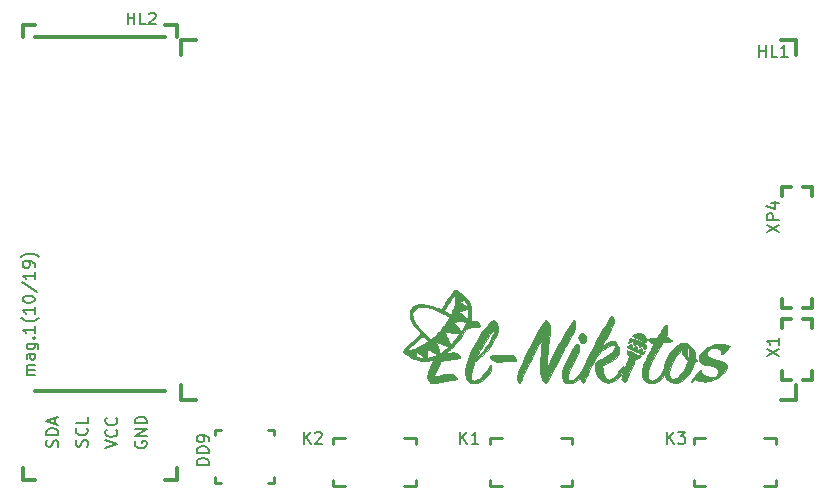
<source format=gbr>
G04 #@! TF.GenerationSoftware,KiCad,Pcbnew,(5.1.2-1)-1*
G04 #@! TF.CreationDate,2019-10-19T13:23:49+03:00*
G04 #@! TF.ProjectId,mag,6d61672e-6b69-4636-9164-5f7063625858,rev?*
G04 #@! TF.SameCoordinates,Original*
G04 #@! TF.FileFunction,Legend,Top*
G04 #@! TF.FilePolarity,Positive*
%FSLAX46Y46*%
G04 Gerber Fmt 4.6, Leading zero omitted, Abs format (unit mm)*
G04 Created by KiCad (PCBNEW (5.1.2-1)-1) date 2019-10-19 13:23:49*
%MOMM*%
%LPD*%
G04 APERTURE LIST*
%ADD10C,0.200000*%
%ADD11C,0.010000*%
%ADD12C,0.300000*%
%ADD13C,0.250000*%
G04 APERTURE END LIST*
D10*
X103452380Y-71642857D02*
X102785714Y-71642857D01*
X102880952Y-71642857D02*
X102833333Y-71595238D01*
X102785714Y-71500000D01*
X102785714Y-71357142D01*
X102833333Y-71261904D01*
X102928571Y-71214285D01*
X103452380Y-71214285D01*
X102928571Y-71214285D02*
X102833333Y-71166666D01*
X102785714Y-71071428D01*
X102785714Y-70928571D01*
X102833333Y-70833333D01*
X102928571Y-70785714D01*
X103452380Y-70785714D01*
X103452380Y-69880952D02*
X102928571Y-69880952D01*
X102833333Y-69928571D01*
X102785714Y-70023809D01*
X102785714Y-70214285D01*
X102833333Y-70309523D01*
X103404761Y-69880952D02*
X103452380Y-69976190D01*
X103452380Y-70214285D01*
X103404761Y-70309523D01*
X103309523Y-70357142D01*
X103214285Y-70357142D01*
X103119047Y-70309523D01*
X103071428Y-70214285D01*
X103071428Y-69976190D01*
X103023809Y-69880952D01*
X102785714Y-68976190D02*
X103595238Y-68976190D01*
X103690476Y-69023809D01*
X103738095Y-69071428D01*
X103785714Y-69166666D01*
X103785714Y-69309523D01*
X103738095Y-69404761D01*
X103404761Y-68976190D02*
X103452380Y-69071428D01*
X103452380Y-69261904D01*
X103404761Y-69357142D01*
X103357142Y-69404761D01*
X103261904Y-69452380D01*
X102976190Y-69452380D01*
X102880952Y-69404761D01*
X102833333Y-69357142D01*
X102785714Y-69261904D01*
X102785714Y-69071428D01*
X102833333Y-68976190D01*
X103357142Y-68500000D02*
X103404761Y-68452380D01*
X103452380Y-68500000D01*
X103404761Y-68547619D01*
X103357142Y-68500000D01*
X103452380Y-68500000D01*
X103452380Y-67500000D02*
X103452380Y-68071428D01*
X103452380Y-67785714D02*
X102452380Y-67785714D01*
X102595238Y-67880952D01*
X102690476Y-67976190D01*
X102738095Y-68071428D01*
X103833333Y-66785714D02*
X103785714Y-66833333D01*
X103642857Y-66928571D01*
X103547619Y-66976190D01*
X103404761Y-67023809D01*
X103166666Y-67071428D01*
X102976190Y-67071428D01*
X102738095Y-67023809D01*
X102595238Y-66976190D01*
X102500000Y-66928571D01*
X102357142Y-66833333D01*
X102309523Y-66785714D01*
X103452380Y-65880952D02*
X103452380Y-66452380D01*
X103452380Y-66166666D02*
X102452380Y-66166666D01*
X102595238Y-66261904D01*
X102690476Y-66357142D01*
X102738095Y-66452380D01*
X102452380Y-65261904D02*
X102452380Y-65166666D01*
X102500000Y-65071428D01*
X102547619Y-65023809D01*
X102642857Y-64976190D01*
X102833333Y-64928571D01*
X103071428Y-64928571D01*
X103261904Y-64976190D01*
X103357142Y-65023809D01*
X103404761Y-65071428D01*
X103452380Y-65166666D01*
X103452380Y-65261904D01*
X103404761Y-65357142D01*
X103357142Y-65404761D01*
X103261904Y-65452380D01*
X103071428Y-65500000D01*
X102833333Y-65500000D01*
X102642857Y-65452380D01*
X102547619Y-65404761D01*
X102500000Y-65357142D01*
X102452380Y-65261904D01*
X102404761Y-63785714D02*
X103690476Y-64642857D01*
X103452380Y-62928571D02*
X103452380Y-63500000D01*
X103452380Y-63214285D02*
X102452380Y-63214285D01*
X102595238Y-63309523D01*
X102690476Y-63404761D01*
X102738095Y-63500000D01*
X103452380Y-62452380D02*
X103452380Y-62261904D01*
X103404761Y-62166666D01*
X103357142Y-62119047D01*
X103214285Y-62023809D01*
X103023809Y-61976190D01*
X102642857Y-61976190D01*
X102547619Y-62023809D01*
X102500000Y-62071428D01*
X102452380Y-62166666D01*
X102452380Y-62357142D01*
X102500000Y-62452380D01*
X102547619Y-62500000D01*
X102642857Y-62547619D01*
X102880952Y-62547619D01*
X102976190Y-62500000D01*
X103023809Y-62452380D01*
X103071428Y-62357142D01*
X103071428Y-62166666D01*
X103023809Y-62071428D01*
X102976190Y-62023809D01*
X102880952Y-61976190D01*
X103833333Y-61642857D02*
X103785714Y-61595238D01*
X103642857Y-61500000D01*
X103547619Y-61452380D01*
X103404761Y-61404761D01*
X103166666Y-61357142D01*
X102976190Y-61357142D01*
X102738095Y-61404761D01*
X102595238Y-61452380D01*
X102500000Y-61500000D01*
X102357142Y-61595238D01*
X102309523Y-61642857D01*
X112000000Y-77261904D02*
X111952380Y-77357142D01*
X111952380Y-77500000D01*
X112000000Y-77642857D01*
X112095238Y-77738095D01*
X112190476Y-77785714D01*
X112380952Y-77833333D01*
X112523809Y-77833333D01*
X112714285Y-77785714D01*
X112809523Y-77738095D01*
X112904761Y-77642857D01*
X112952380Y-77500000D01*
X112952380Y-77404761D01*
X112904761Y-77261904D01*
X112857142Y-77214285D01*
X112523809Y-77214285D01*
X112523809Y-77404761D01*
X112952380Y-76785714D02*
X111952380Y-76785714D01*
X112952380Y-76214285D01*
X111952380Y-76214285D01*
X112952380Y-75738095D02*
X111952380Y-75738095D01*
X111952380Y-75500000D01*
X112000000Y-75357142D01*
X112095238Y-75261904D01*
X112190476Y-75214285D01*
X112380952Y-75166666D01*
X112523809Y-75166666D01*
X112714285Y-75214285D01*
X112809523Y-75261904D01*
X112904761Y-75357142D01*
X112952380Y-75500000D01*
X112952380Y-75738095D01*
X109452380Y-77833333D02*
X110452380Y-77500000D01*
X109452380Y-77166666D01*
X110357142Y-76261904D02*
X110404761Y-76309523D01*
X110452380Y-76452380D01*
X110452380Y-76547619D01*
X110404761Y-76690476D01*
X110309523Y-76785714D01*
X110214285Y-76833333D01*
X110023809Y-76880952D01*
X109880952Y-76880952D01*
X109690476Y-76833333D01*
X109595238Y-76785714D01*
X109500000Y-76690476D01*
X109452380Y-76547619D01*
X109452380Y-76452380D01*
X109500000Y-76309523D01*
X109547619Y-76261904D01*
X110357142Y-75261904D02*
X110404761Y-75309523D01*
X110452380Y-75452380D01*
X110452380Y-75547619D01*
X110404761Y-75690476D01*
X110309523Y-75785714D01*
X110214285Y-75833333D01*
X110023809Y-75880952D01*
X109880952Y-75880952D01*
X109690476Y-75833333D01*
X109595238Y-75785714D01*
X109500000Y-75690476D01*
X109452380Y-75547619D01*
X109452380Y-75452380D01*
X109500000Y-75309523D01*
X109547619Y-75261904D01*
X107904761Y-77690476D02*
X107952380Y-77547619D01*
X107952380Y-77309523D01*
X107904761Y-77214285D01*
X107857142Y-77166666D01*
X107761904Y-77119047D01*
X107666666Y-77119047D01*
X107571428Y-77166666D01*
X107523809Y-77214285D01*
X107476190Y-77309523D01*
X107428571Y-77500000D01*
X107380952Y-77595238D01*
X107333333Y-77642857D01*
X107238095Y-77690476D01*
X107142857Y-77690476D01*
X107047619Y-77642857D01*
X107000000Y-77595238D01*
X106952380Y-77500000D01*
X106952380Y-77261904D01*
X107000000Y-77119047D01*
X107857142Y-76119047D02*
X107904761Y-76166666D01*
X107952380Y-76309523D01*
X107952380Y-76404761D01*
X107904761Y-76547619D01*
X107809523Y-76642857D01*
X107714285Y-76690476D01*
X107523809Y-76738095D01*
X107380952Y-76738095D01*
X107190476Y-76690476D01*
X107095238Y-76642857D01*
X107000000Y-76547619D01*
X106952380Y-76404761D01*
X106952380Y-76309523D01*
X107000000Y-76166666D01*
X107047619Y-76119047D01*
X107952380Y-75214285D02*
X107952380Y-75690476D01*
X106952380Y-75690476D01*
X105404761Y-77714285D02*
X105452380Y-77571428D01*
X105452380Y-77333333D01*
X105404761Y-77238095D01*
X105357142Y-77190476D01*
X105261904Y-77142857D01*
X105166666Y-77142857D01*
X105071428Y-77190476D01*
X105023809Y-77238095D01*
X104976190Y-77333333D01*
X104928571Y-77523809D01*
X104880952Y-77619047D01*
X104833333Y-77666666D01*
X104738095Y-77714285D01*
X104642857Y-77714285D01*
X104547619Y-77666666D01*
X104500000Y-77619047D01*
X104452380Y-77523809D01*
X104452380Y-77285714D01*
X104500000Y-77142857D01*
X105452380Y-76714285D02*
X104452380Y-76714285D01*
X104452380Y-76476190D01*
X104500000Y-76333333D01*
X104595238Y-76238095D01*
X104690476Y-76190476D01*
X104880952Y-76142857D01*
X105023809Y-76142857D01*
X105214285Y-76190476D01*
X105309523Y-76238095D01*
X105404761Y-76333333D01*
X105452380Y-76476190D01*
X105452380Y-76714285D01*
X105166666Y-75761904D02*
X105166666Y-75285714D01*
X105452380Y-75857142D02*
X104452380Y-75523809D01*
X105452380Y-75190476D01*
D11*
G36*
X154720324Y-68098698D02*
G01*
X154898495Y-68168494D01*
X155054011Y-68285818D01*
X155148448Y-68413742D01*
X155200590Y-68537662D01*
X155239056Y-68667833D01*
X155259253Y-68781150D01*
X155256585Y-68854507D01*
X155239122Y-68869754D01*
X155183697Y-68850816D01*
X155077398Y-68804895D01*
X154967158Y-68753337D01*
X154812385Y-68681986D01*
X154616731Y-68596328D01*
X154418159Y-68512920D01*
X154384630Y-68499260D01*
X154233275Y-68432806D01*
X154121046Y-68373576D01*
X154064221Y-68330657D01*
X154061261Y-68318738D01*
X154124740Y-68264748D01*
X154240732Y-68201052D01*
X154380327Y-68141154D01*
X154514618Y-68098560D01*
X154547636Y-68091519D01*
X154720324Y-68098698D01*
X154720324Y-68098698D01*
G37*
X154720324Y-68098698D02*
X154898495Y-68168494D01*
X155054011Y-68285818D01*
X155148448Y-68413742D01*
X155200590Y-68537662D01*
X155239056Y-68667833D01*
X155259253Y-68781150D01*
X155256585Y-68854507D01*
X155239122Y-68869754D01*
X155183697Y-68850816D01*
X155077398Y-68804895D01*
X154967158Y-68753337D01*
X154812385Y-68681986D01*
X154616731Y-68596328D01*
X154418159Y-68512920D01*
X154384630Y-68499260D01*
X154233275Y-68432806D01*
X154121046Y-68373576D01*
X154064221Y-68330657D01*
X154061261Y-68318738D01*
X154124740Y-68264748D01*
X154240732Y-68201052D01*
X154380327Y-68141154D01*
X154514618Y-68098560D01*
X154547636Y-68091519D01*
X154720324Y-68098698D01*
G36*
X149877763Y-68088975D02*
G01*
X149995362Y-68158237D01*
X150087606Y-68275701D01*
X150147388Y-68423505D01*
X150167603Y-68583785D01*
X150141146Y-68738678D01*
X150060912Y-68870319D01*
X150055972Y-68875361D01*
X149939678Y-68948130D01*
X149814047Y-68938408D01*
X149728844Y-68891596D01*
X149613352Y-68769549D01*
X149532651Y-68607408D01*
X149508000Y-68470833D01*
X149535569Y-68321752D01*
X149606555Y-68188821D01*
X149703379Y-68100979D01*
X149741912Y-68085779D01*
X149877763Y-68088975D01*
X149877763Y-68088975D01*
G37*
X149877763Y-68088975D02*
X149995362Y-68158237D01*
X150087606Y-68275701D01*
X150147388Y-68423505D01*
X150167603Y-68583785D01*
X150141146Y-68738678D01*
X150060912Y-68870319D01*
X150055972Y-68875361D01*
X149939678Y-68948130D01*
X149814047Y-68938408D01*
X149728844Y-68891596D01*
X149613352Y-68769549D01*
X149532651Y-68607408D01*
X149508000Y-68470833D01*
X149535569Y-68321752D01*
X149606555Y-68188821D01*
X149703379Y-68100979D01*
X149741912Y-68085779D01*
X149877763Y-68088975D01*
G36*
X153960646Y-68507950D02*
G01*
X154074995Y-68552118D01*
X154239659Y-68618977D01*
X154440968Y-68703002D01*
X154607694Y-68773927D01*
X154848781Y-68878093D01*
X155022611Y-68956310D01*
X155140103Y-69015146D01*
X155212173Y-69061168D01*
X155249740Y-69100945D01*
X155263721Y-69141042D01*
X155265334Y-69169533D01*
X155224167Y-69302543D01*
X155103201Y-69416966D01*
X155069537Y-69437292D01*
X155028378Y-69418062D01*
X154984269Y-69324559D01*
X154968772Y-69274353D01*
X154915638Y-69084577D01*
X154778573Y-69169288D01*
X154685305Y-69223982D01*
X154626990Y-69252722D01*
X154621454Y-69254000D01*
X154598253Y-69217607D01*
X154563783Y-69126183D01*
X154549859Y-69081965D01*
X154498316Y-68909930D01*
X154346087Y-68999748D01*
X154226848Y-69051976D01*
X154154917Y-69036168D01*
X154124286Y-68950055D01*
X154122334Y-68915333D01*
X154101783Y-68810557D01*
X154041694Y-68776336D01*
X153935784Y-68810368D01*
X153896071Y-68832398D01*
X153741334Y-68923696D01*
X153741334Y-68832745D01*
X153759154Y-68735546D01*
X153802583Y-68626191D01*
X153856572Y-68535032D01*
X153906071Y-68492422D01*
X153910281Y-68492000D01*
X153960646Y-68507950D01*
X153960646Y-68507950D01*
G37*
X153960646Y-68507950D02*
X154074995Y-68552118D01*
X154239659Y-68618977D01*
X154440968Y-68703002D01*
X154607694Y-68773927D01*
X154848781Y-68878093D01*
X155022611Y-68956310D01*
X155140103Y-69015146D01*
X155212173Y-69061168D01*
X155249740Y-69100945D01*
X155263721Y-69141042D01*
X155265334Y-69169533D01*
X155224167Y-69302543D01*
X155103201Y-69416966D01*
X155069537Y-69437292D01*
X155028378Y-69418062D01*
X154984269Y-69324559D01*
X154968772Y-69274353D01*
X154915638Y-69084577D01*
X154778573Y-69169288D01*
X154685305Y-69223982D01*
X154626990Y-69252722D01*
X154621454Y-69254000D01*
X154598253Y-69217607D01*
X154563783Y-69126183D01*
X154549859Y-69081965D01*
X154498316Y-68909930D01*
X154346087Y-68999748D01*
X154226848Y-69051976D01*
X154154917Y-69036168D01*
X154124286Y-68950055D01*
X154122334Y-68915333D01*
X154101783Y-68810557D01*
X154041694Y-68776336D01*
X153935784Y-68810368D01*
X153896071Y-68832398D01*
X153741334Y-68923696D01*
X153741334Y-68832745D01*
X153759154Y-68735546D01*
X153802583Y-68626191D01*
X153856572Y-68535032D01*
X153906071Y-68492422D01*
X153910281Y-68492000D01*
X153960646Y-68507950D01*
G36*
X153989920Y-69036904D02*
G01*
X154015225Y-69127790D01*
X154019381Y-69148634D01*
X154053993Y-69273036D01*
X154105114Y-69319552D01*
X154186868Y-69294928D01*
X154245574Y-69256676D01*
X154333035Y-69198620D01*
X154387819Y-69169972D01*
X154391534Y-69169333D01*
X154413775Y-69206226D01*
X154438566Y-69297087D01*
X154442714Y-69317967D01*
X154474769Y-69438796D01*
X154523168Y-69485276D01*
X154606695Y-69465420D01*
X154686557Y-69422017D01*
X154833948Y-69335054D01*
X154862862Y-69506193D01*
X154892166Y-69625481D01*
X154937688Y-69670849D01*
X155016849Y-69653036D01*
X155063384Y-69629799D01*
X155152202Y-69582265D01*
X155068892Y-69724911D01*
X154977194Y-69842756D01*
X154887991Y-69882806D01*
X154819952Y-69854503D01*
X154760879Y-69820588D01*
X154648266Y-69769052D01*
X154524500Y-69718235D01*
X154199117Y-69586044D01*
X153937797Y-69469283D01*
X153744632Y-69370084D01*
X153623715Y-69290581D01*
X153579140Y-69232907D01*
X153579389Y-69225729D01*
X153600837Y-69173550D01*
X153614334Y-69171753D01*
X153659748Y-69162489D01*
X153748676Y-69118346D01*
X153788664Y-69094660D01*
X153888593Y-69036198D01*
X153955821Y-69002921D01*
X153966662Y-69000000D01*
X153989920Y-69036904D01*
X153989920Y-69036904D01*
G37*
X153989920Y-69036904D02*
X154015225Y-69127790D01*
X154019381Y-69148634D01*
X154053993Y-69273036D01*
X154105114Y-69319552D01*
X154186868Y-69294928D01*
X154245574Y-69256676D01*
X154333035Y-69198620D01*
X154387819Y-69169972D01*
X154391534Y-69169333D01*
X154413775Y-69206226D01*
X154438566Y-69297087D01*
X154442714Y-69317967D01*
X154474769Y-69438796D01*
X154523168Y-69485276D01*
X154606695Y-69465420D01*
X154686557Y-69422017D01*
X154833948Y-69335054D01*
X154862862Y-69506193D01*
X154892166Y-69625481D01*
X154937688Y-69670849D01*
X155016849Y-69653036D01*
X155063384Y-69629799D01*
X155152202Y-69582265D01*
X155068892Y-69724911D01*
X154977194Y-69842756D01*
X154887991Y-69882806D01*
X154819952Y-69854503D01*
X154760879Y-69820588D01*
X154648266Y-69769052D01*
X154524500Y-69718235D01*
X154199117Y-69586044D01*
X153937797Y-69469283D01*
X153744632Y-69370084D01*
X153623715Y-69290581D01*
X153579140Y-69232907D01*
X153579389Y-69225729D01*
X153600837Y-69173550D01*
X153614334Y-69171753D01*
X153659748Y-69162489D01*
X153748676Y-69118346D01*
X153788664Y-69094660D01*
X153888593Y-69036198D01*
X153955821Y-69002921D01*
X153966662Y-69000000D01*
X153989920Y-69036904D01*
G36*
X143680344Y-69906865D02*
G01*
X143773680Y-69918080D01*
X143847261Y-69936768D01*
X143852457Y-69938510D01*
X144033050Y-70041953D01*
X144156283Y-70203881D01*
X144196288Y-70316710D01*
X144222397Y-70426920D01*
X143679615Y-70454447D01*
X143436478Y-70467201D01*
X143188944Y-70480906D01*
X142967871Y-70493814D01*
X142819334Y-70503152D01*
X142587393Y-70507028D01*
X142407554Y-70486139D01*
X142355133Y-70471248D01*
X142236213Y-70399955D01*
X142124563Y-70287773D01*
X142043233Y-70162554D01*
X142015000Y-70060256D01*
X142024049Y-70035424D01*
X142058218Y-70015189D01*
X142128045Y-69997986D01*
X142244065Y-69982252D01*
X142416816Y-69966421D01*
X142656833Y-69948929D01*
X142851084Y-69936110D01*
X143152625Y-69917745D01*
X143382736Y-69906729D01*
X143554336Y-69903092D01*
X143680344Y-69906865D01*
X143680344Y-69906865D01*
G37*
X143680344Y-69906865D02*
X143773680Y-69918080D01*
X143847261Y-69936768D01*
X143852457Y-69938510D01*
X144033050Y-70041953D01*
X144156283Y-70203881D01*
X144196288Y-70316710D01*
X144222397Y-70426920D01*
X143679615Y-70454447D01*
X143436478Y-70467201D01*
X143188944Y-70480906D01*
X142967871Y-70493814D01*
X142819334Y-70503152D01*
X142587393Y-70507028D01*
X142407554Y-70486139D01*
X142355133Y-70471248D01*
X142236213Y-70399955D01*
X142124563Y-70287773D01*
X142043233Y-70162554D01*
X142015000Y-70060256D01*
X142024049Y-70035424D01*
X142058218Y-70015189D01*
X142128045Y-69997986D01*
X142244065Y-69982252D01*
X142416816Y-69966421D01*
X142656833Y-69948929D01*
X142851084Y-69936110D01*
X143152625Y-69917745D01*
X143382736Y-69906729D01*
X143554336Y-69903092D01*
X143680344Y-69906865D01*
G36*
X153625785Y-69535696D02*
G01*
X153736587Y-69572903D01*
X153899004Y-69635593D01*
X154100428Y-69718721D01*
X154328252Y-69817244D01*
X154555913Y-69919709D01*
X154686323Y-69981818D01*
X154751465Y-70023755D01*
X154763739Y-70059061D01*
X154735543Y-70101274D01*
X154728938Y-70108654D01*
X154642882Y-70171268D01*
X154519856Y-70227047D01*
X154493628Y-70235576D01*
X154433412Y-70254412D01*
X154383827Y-70276979D01*
X154339551Y-70312853D01*
X154295264Y-70371615D01*
X154245646Y-70462842D01*
X154185374Y-70596114D01*
X154109130Y-70781009D01*
X154011591Y-71027106D01*
X153910144Y-71286000D01*
X153813606Y-71529015D01*
X153724668Y-71746281D01*
X153648822Y-71924909D01*
X153591555Y-72052010D01*
X153558357Y-72114697D01*
X153556001Y-72117539D01*
X153437037Y-72186348D01*
X153305058Y-72182437D01*
X153242618Y-72151338D01*
X153162875Y-72046965D01*
X153148667Y-71961992D01*
X153163857Y-71886839D01*
X153206323Y-71746786D01*
X153271412Y-71555351D01*
X153354471Y-71326048D01*
X153450843Y-71072395D01*
X153485426Y-70983999D01*
X153822184Y-70129544D01*
X153744205Y-70019855D01*
X153690091Y-69923783D01*
X153637777Y-69799737D01*
X153596255Y-69674470D01*
X153574519Y-69574735D01*
X153579208Y-69529014D01*
X153625785Y-69535696D01*
X153625785Y-69535696D01*
G37*
X153625785Y-69535696D02*
X153736587Y-69572903D01*
X153899004Y-69635593D01*
X154100428Y-69718721D01*
X154328252Y-69817244D01*
X154555913Y-69919709D01*
X154686323Y-69981818D01*
X154751465Y-70023755D01*
X154763739Y-70059061D01*
X154735543Y-70101274D01*
X154728938Y-70108654D01*
X154642882Y-70171268D01*
X154519856Y-70227047D01*
X154493628Y-70235576D01*
X154433412Y-70254412D01*
X154383827Y-70276979D01*
X154339551Y-70312853D01*
X154295264Y-70371615D01*
X154245646Y-70462842D01*
X154185374Y-70596114D01*
X154109130Y-70781009D01*
X154011591Y-71027106D01*
X153910144Y-71286000D01*
X153813606Y-71529015D01*
X153724668Y-71746281D01*
X153648822Y-71924909D01*
X153591555Y-72052010D01*
X153558357Y-72114697D01*
X153556001Y-72117539D01*
X153437037Y-72186348D01*
X153305058Y-72182437D01*
X153242618Y-72151338D01*
X153162875Y-72046965D01*
X153148667Y-71961992D01*
X153163857Y-71886839D01*
X153206323Y-71746786D01*
X153271412Y-71555351D01*
X153354471Y-71326048D01*
X153450843Y-71072395D01*
X153485426Y-70983999D01*
X153822184Y-70129544D01*
X153744205Y-70019855D01*
X153690091Y-69923783D01*
X153637777Y-69799737D01*
X153596255Y-69674470D01*
X153574519Y-69574735D01*
X153579208Y-69529014D01*
X153625785Y-69535696D01*
G36*
X161831002Y-69043729D02*
G01*
X162092325Y-69098545D01*
X162206808Y-69134896D01*
X162276401Y-69169810D01*
X162298848Y-69215198D01*
X162271892Y-69282974D01*
X162193276Y-69385050D01*
X162060744Y-69533338D01*
X161996722Y-69603250D01*
X161839997Y-69764477D01*
X161725893Y-69857233D01*
X161649581Y-69883163D01*
X161606234Y-69843917D01*
X161591032Y-69741688D01*
X161550408Y-69576404D01*
X161437920Y-69453528D01*
X161255743Y-69374404D01*
X161006051Y-69340370D01*
X160938000Y-69339061D01*
X160720456Y-69371619D01*
X160554097Y-69466570D01*
X160445631Y-69619534D01*
X160426262Y-69673116D01*
X160398430Y-69843523D01*
X160429752Y-69985669D01*
X160525312Y-70103837D01*
X160690190Y-70202309D01*
X160929468Y-70285369D01*
X161235104Y-70354813D01*
X161533073Y-70421096D01*
X161754952Y-70494780D01*
X161909304Y-70581825D01*
X162004695Y-70688193D01*
X162049687Y-70819846D01*
X162055879Y-70926181D01*
X162009741Y-71148189D01*
X161884693Y-71368947D01*
X161686368Y-71582633D01*
X161420400Y-71783424D01*
X161092422Y-71965497D01*
X161016162Y-72000825D01*
X160727011Y-72116548D01*
X160470667Y-72182920D01*
X160221779Y-72201423D01*
X159954991Y-72173540D01*
X159644953Y-72100752D01*
X159587285Y-72084356D01*
X159308167Y-72003482D01*
X159199251Y-72131574D01*
X159105944Y-72229465D01*
X159051809Y-72255883D01*
X159033277Y-72212443D01*
X159033221Y-72206750D01*
X159058082Y-72155611D01*
X159126132Y-72051917D01*
X159227830Y-71909351D01*
X159353633Y-71741598D01*
X159394835Y-71688166D01*
X159576818Y-71460774D01*
X159714390Y-71304916D01*
X159807925Y-71220275D01*
X159857799Y-71206534D01*
X159864387Y-71263376D01*
X159857308Y-71296846D01*
X159872768Y-71400054D01*
X159959666Y-71512072D01*
X160106861Y-71623009D01*
X160303216Y-71722974D01*
X160364618Y-71747326D01*
X160636650Y-71820566D01*
X160873957Y-71826578D01*
X161070171Y-71767248D01*
X161218926Y-71644460D01*
X161311760Y-71466804D01*
X161342968Y-71304921D01*
X161319198Y-71171645D01*
X161234480Y-71061823D01*
X161082846Y-70970304D01*
X160858326Y-70891935D01*
X160567046Y-70823963D01*
X160245004Y-70749134D01*
X160001494Y-70666008D01*
X159830431Y-70569156D01*
X159725730Y-70453150D01*
X159681305Y-70312561D01*
X159691072Y-70141962D01*
X159710026Y-70059476D01*
X159801192Y-69862774D01*
X159962454Y-69663576D01*
X160180342Y-69473022D01*
X160441391Y-69302251D01*
X160732133Y-69162401D01*
X160845271Y-69120474D01*
X161151106Y-69049074D01*
X161491933Y-69023277D01*
X161831002Y-69043729D01*
X161831002Y-69043729D01*
G37*
X161831002Y-69043729D02*
X162092325Y-69098545D01*
X162206808Y-69134896D01*
X162276401Y-69169810D01*
X162298848Y-69215198D01*
X162271892Y-69282974D01*
X162193276Y-69385050D01*
X162060744Y-69533338D01*
X161996722Y-69603250D01*
X161839997Y-69764477D01*
X161725893Y-69857233D01*
X161649581Y-69883163D01*
X161606234Y-69843917D01*
X161591032Y-69741688D01*
X161550408Y-69576404D01*
X161437920Y-69453528D01*
X161255743Y-69374404D01*
X161006051Y-69340370D01*
X160938000Y-69339061D01*
X160720456Y-69371619D01*
X160554097Y-69466570D01*
X160445631Y-69619534D01*
X160426262Y-69673116D01*
X160398430Y-69843523D01*
X160429752Y-69985669D01*
X160525312Y-70103837D01*
X160690190Y-70202309D01*
X160929468Y-70285369D01*
X161235104Y-70354813D01*
X161533073Y-70421096D01*
X161754952Y-70494780D01*
X161909304Y-70581825D01*
X162004695Y-70688193D01*
X162049687Y-70819846D01*
X162055879Y-70926181D01*
X162009741Y-71148189D01*
X161884693Y-71368947D01*
X161686368Y-71582633D01*
X161420400Y-71783424D01*
X161092422Y-71965497D01*
X161016162Y-72000825D01*
X160727011Y-72116548D01*
X160470667Y-72182920D01*
X160221779Y-72201423D01*
X159954991Y-72173540D01*
X159644953Y-72100752D01*
X159587285Y-72084356D01*
X159308167Y-72003482D01*
X159199251Y-72131574D01*
X159105944Y-72229465D01*
X159051809Y-72255883D01*
X159033277Y-72212443D01*
X159033221Y-72206750D01*
X159058082Y-72155611D01*
X159126132Y-72051917D01*
X159227830Y-71909351D01*
X159353633Y-71741598D01*
X159394835Y-71688166D01*
X159576818Y-71460774D01*
X159714390Y-71304916D01*
X159807925Y-71220275D01*
X159857799Y-71206534D01*
X159864387Y-71263376D01*
X159857308Y-71296846D01*
X159872768Y-71400054D01*
X159959666Y-71512072D01*
X160106861Y-71623009D01*
X160303216Y-71722974D01*
X160364618Y-71747326D01*
X160636650Y-71820566D01*
X160873957Y-71826578D01*
X161070171Y-71767248D01*
X161218926Y-71644460D01*
X161311760Y-71466804D01*
X161342968Y-71304921D01*
X161319198Y-71171645D01*
X161234480Y-71061823D01*
X161082846Y-70970304D01*
X160858326Y-70891935D01*
X160567046Y-70823963D01*
X160245004Y-70749134D01*
X160001494Y-70666008D01*
X159830431Y-70569156D01*
X159725730Y-70453150D01*
X159681305Y-70312561D01*
X159691072Y-70141962D01*
X159710026Y-70059476D01*
X159801192Y-69862774D01*
X159962454Y-69663576D01*
X160180342Y-69473022D01*
X160441391Y-69302251D01*
X160732133Y-69162401D01*
X160845271Y-69120474D01*
X161151106Y-69049074D01*
X161491933Y-69023277D01*
X161831002Y-69043729D01*
G36*
X156961416Y-67430694D02*
G01*
X157007688Y-67523535D01*
X157030218Y-67663613D01*
X157026136Y-67838908D01*
X156992575Y-68037398D01*
X156971639Y-68115920D01*
X156887832Y-68400505D01*
X157027836Y-68426770D01*
X157148426Y-68469702D01*
X157270880Y-68544087D01*
X157370316Y-68630983D01*
X157421850Y-68711449D01*
X157424334Y-68728596D01*
X157406027Y-68784079D01*
X157392584Y-68790760D01*
X157337972Y-68794009D01*
X157221384Y-68800464D01*
X157065393Y-68808880D01*
X157022167Y-68811183D01*
X156840990Y-68824773D01*
X156724083Y-68845600D01*
X156651076Y-68878833D01*
X156612837Y-68915055D01*
X156567406Y-68982648D01*
X156489720Y-69111292D01*
X156387401Y-69287352D01*
X156268074Y-69497194D01*
X156139364Y-69727182D01*
X156008895Y-69963684D01*
X155884292Y-70193062D01*
X155773179Y-70401684D01*
X155683179Y-70575914D01*
X155674997Y-70592192D01*
X155510051Y-70958400D01*
X155402760Y-71281389D01*
X155353354Y-71557715D01*
X155362061Y-71783936D01*
X155429112Y-71956609D01*
X155554736Y-72072293D01*
X155575701Y-72083120D01*
X155726508Y-72109937D01*
X155899355Y-72061161D01*
X156087737Y-71940908D01*
X156285148Y-71753294D01*
X156386129Y-71627131D01*
X157198233Y-71627131D01*
X157219760Y-71804590D01*
X157275091Y-71919811D01*
X157394659Y-71992704D01*
X157551566Y-71994624D01*
X157737885Y-71926148D01*
X157817089Y-71880311D01*
X158008270Y-71722639D01*
X158205394Y-71492099D01*
X158400541Y-71199347D01*
X158585795Y-70855039D01*
X158598390Y-70828859D01*
X158786336Y-70435218D01*
X158597475Y-70257359D01*
X158421449Y-70064962D01*
X158308955Y-69871011D01*
X158249312Y-69677643D01*
X158237887Y-69624660D01*
X158655721Y-69624660D01*
X158659048Y-69771473D01*
X158689610Y-69920147D01*
X158720324Y-69999018D01*
X158781765Y-70107648D01*
X158827410Y-70134561D01*
X158862220Y-70080120D01*
X158879542Y-70010708D01*
X158901717Y-69842788D01*
X158906116Y-69670631D01*
X158894036Y-69519192D01*
X158866775Y-69413424D01*
X158846985Y-69384722D01*
X158775261Y-69359737D01*
X158717217Y-69402356D01*
X158676240Y-69496143D01*
X158655721Y-69624660D01*
X158237887Y-69624660D01*
X158217427Y-69529787D01*
X157979630Y-69789450D01*
X157716926Y-70112384D01*
X157513069Y-70450705D01*
X157349278Y-70836174D01*
X157332618Y-70883638D01*
X157255534Y-71150956D01*
X157210448Y-71404020D01*
X157198233Y-71627131D01*
X156386129Y-71627131D01*
X156478331Y-71511937D01*
X156592678Y-71337777D01*
X156665808Y-71182270D01*
X156715607Y-71003442D01*
X156733556Y-70912972D01*
X156827361Y-70564551D01*
X156976275Y-70204129D01*
X157165900Y-69859986D01*
X157381842Y-69560402D01*
X157474794Y-69456863D01*
X157718602Y-69238013D01*
X157970234Y-69072348D01*
X158217885Y-68964716D01*
X158449752Y-68919966D01*
X158654031Y-68942947D01*
X158692174Y-68956772D01*
X158780084Y-69014772D01*
X158900122Y-69121391D01*
X159033970Y-69257248D01*
X159163312Y-69402962D01*
X159269831Y-69539152D01*
X159325733Y-69627138D01*
X159352128Y-69718940D01*
X159370471Y-69863154D01*
X159376631Y-70018721D01*
X159377679Y-70172639D01*
X159386525Y-70260437D01*
X159409887Y-70300656D01*
X159454486Y-70311836D01*
X159483046Y-70312333D01*
X159560377Y-70330832D01*
X159566886Y-70377280D01*
X159505537Y-70438108D01*
X159448475Y-70470589D01*
X159377981Y-70527423D01*
X159310678Y-70634675D01*
X159237505Y-70807407D01*
X159224108Y-70843606D01*
X159065209Y-71200825D01*
X158862127Y-71534355D01*
X158627169Y-71828572D01*
X158372640Y-72067852D01*
X158137625Y-72222996D01*
X157882764Y-72311748D01*
X157620983Y-72323196D01*
X157367693Y-72261702D01*
X157138302Y-72131632D01*
X156948221Y-71937351D01*
X156905351Y-71873991D01*
X156776359Y-71666487D01*
X156537542Y-71894280D01*
X156393262Y-72020905D01*
X156242567Y-72135786D01*
X156117569Y-72214484D01*
X156115294Y-72215653D01*
X155897287Y-72295934D01*
X155666925Y-72329228D01*
X155454417Y-72312994D01*
X155351260Y-72279888D01*
X155135856Y-72145735D01*
X154985624Y-71964413D01*
X154897414Y-71730408D01*
X154868072Y-71438204D01*
X154868065Y-71434166D01*
X154873511Y-71284479D01*
X154892787Y-71136274D01*
X154929923Y-70978364D01*
X154988951Y-70799560D01*
X155073901Y-70588675D01*
X155188805Y-70334520D01*
X155337694Y-70025908D01*
X155474372Y-69751416D01*
X155610912Y-69478178D01*
X155712127Y-69271180D01*
X155781564Y-69121446D01*
X155822771Y-69020002D01*
X155839295Y-68957872D01*
X155834686Y-68926081D01*
X155812489Y-68915654D01*
X155804867Y-68915333D01*
X155700725Y-68895089D01*
X155571762Y-68844309D01*
X155447535Y-68777922D01*
X155357598Y-68710856D01*
X155332479Y-68676734D01*
X155320304Y-68611635D01*
X155351376Y-68569360D01*
X155437304Y-68545461D01*
X155589699Y-68535491D01*
X155704241Y-68534333D01*
X155905087Y-68527420D01*
X156049640Y-68507935D01*
X156119171Y-68481416D01*
X156165009Y-68426182D01*
X156242829Y-68313498D01*
X156342174Y-68159182D01*
X156452591Y-67979049D01*
X156465085Y-67958133D01*
X156575925Y-67776138D01*
X156676617Y-67618186D01*
X156756769Y-67500086D01*
X156805990Y-67437645D01*
X156809118Y-67434813D01*
X156894270Y-67397113D01*
X156961416Y-67430694D01*
X156961416Y-67430694D01*
G37*
X156961416Y-67430694D02*
X157007688Y-67523535D01*
X157030218Y-67663613D01*
X157026136Y-67838908D01*
X156992575Y-68037398D01*
X156971639Y-68115920D01*
X156887832Y-68400505D01*
X157027836Y-68426770D01*
X157148426Y-68469702D01*
X157270880Y-68544087D01*
X157370316Y-68630983D01*
X157421850Y-68711449D01*
X157424334Y-68728596D01*
X157406027Y-68784079D01*
X157392584Y-68790760D01*
X157337972Y-68794009D01*
X157221384Y-68800464D01*
X157065393Y-68808880D01*
X157022167Y-68811183D01*
X156840990Y-68824773D01*
X156724083Y-68845600D01*
X156651076Y-68878833D01*
X156612837Y-68915055D01*
X156567406Y-68982648D01*
X156489720Y-69111292D01*
X156387401Y-69287352D01*
X156268074Y-69497194D01*
X156139364Y-69727182D01*
X156008895Y-69963684D01*
X155884292Y-70193062D01*
X155773179Y-70401684D01*
X155683179Y-70575914D01*
X155674997Y-70592192D01*
X155510051Y-70958400D01*
X155402760Y-71281389D01*
X155353354Y-71557715D01*
X155362061Y-71783936D01*
X155429112Y-71956609D01*
X155554736Y-72072293D01*
X155575701Y-72083120D01*
X155726508Y-72109937D01*
X155899355Y-72061161D01*
X156087737Y-71940908D01*
X156285148Y-71753294D01*
X156386129Y-71627131D01*
X157198233Y-71627131D01*
X157219760Y-71804590D01*
X157275091Y-71919811D01*
X157394659Y-71992704D01*
X157551566Y-71994624D01*
X157737885Y-71926148D01*
X157817089Y-71880311D01*
X158008270Y-71722639D01*
X158205394Y-71492099D01*
X158400541Y-71199347D01*
X158585795Y-70855039D01*
X158598390Y-70828859D01*
X158786336Y-70435218D01*
X158597475Y-70257359D01*
X158421449Y-70064962D01*
X158308955Y-69871011D01*
X158249312Y-69677643D01*
X158237887Y-69624660D01*
X158655721Y-69624660D01*
X158659048Y-69771473D01*
X158689610Y-69920147D01*
X158720324Y-69999018D01*
X158781765Y-70107648D01*
X158827410Y-70134561D01*
X158862220Y-70080120D01*
X158879542Y-70010708D01*
X158901717Y-69842788D01*
X158906116Y-69670631D01*
X158894036Y-69519192D01*
X158866775Y-69413424D01*
X158846985Y-69384722D01*
X158775261Y-69359737D01*
X158717217Y-69402356D01*
X158676240Y-69496143D01*
X158655721Y-69624660D01*
X158237887Y-69624660D01*
X158217427Y-69529787D01*
X157979630Y-69789450D01*
X157716926Y-70112384D01*
X157513069Y-70450705D01*
X157349278Y-70836174D01*
X157332618Y-70883638D01*
X157255534Y-71150956D01*
X157210448Y-71404020D01*
X157198233Y-71627131D01*
X156386129Y-71627131D01*
X156478331Y-71511937D01*
X156592678Y-71337777D01*
X156665808Y-71182270D01*
X156715607Y-71003442D01*
X156733556Y-70912972D01*
X156827361Y-70564551D01*
X156976275Y-70204129D01*
X157165900Y-69859986D01*
X157381842Y-69560402D01*
X157474794Y-69456863D01*
X157718602Y-69238013D01*
X157970234Y-69072348D01*
X158217885Y-68964716D01*
X158449752Y-68919966D01*
X158654031Y-68942947D01*
X158692174Y-68956772D01*
X158780084Y-69014772D01*
X158900122Y-69121391D01*
X159033970Y-69257248D01*
X159163312Y-69402962D01*
X159269831Y-69539152D01*
X159325733Y-69627138D01*
X159352128Y-69718940D01*
X159370471Y-69863154D01*
X159376631Y-70018721D01*
X159377679Y-70172639D01*
X159386525Y-70260437D01*
X159409887Y-70300656D01*
X159454486Y-70311836D01*
X159483046Y-70312333D01*
X159560377Y-70330832D01*
X159566886Y-70377280D01*
X159505537Y-70438108D01*
X159448475Y-70470589D01*
X159377981Y-70527423D01*
X159310678Y-70634675D01*
X159237505Y-70807407D01*
X159224108Y-70843606D01*
X159065209Y-71200825D01*
X158862127Y-71534355D01*
X158627169Y-71828572D01*
X158372640Y-72067852D01*
X158137625Y-72222996D01*
X157882764Y-72311748D01*
X157620983Y-72323196D01*
X157367693Y-72261702D01*
X157138302Y-72131632D01*
X156948221Y-71937351D01*
X156905351Y-71873991D01*
X156776359Y-71666487D01*
X156537542Y-71894280D01*
X156393262Y-72020905D01*
X156242567Y-72135786D01*
X156117569Y-72214484D01*
X156115294Y-72215653D01*
X155897287Y-72295934D01*
X155666925Y-72329228D01*
X155454417Y-72312994D01*
X155351260Y-72279888D01*
X155135856Y-72145735D01*
X154985624Y-71964413D01*
X154897414Y-71730408D01*
X154868072Y-71438204D01*
X154868065Y-71434166D01*
X154873511Y-71284479D01*
X154892787Y-71136274D01*
X154929923Y-70978364D01*
X154988951Y-70799560D01*
X155073901Y-70588675D01*
X155188805Y-70334520D01*
X155337694Y-70025908D01*
X155474372Y-69751416D01*
X155610912Y-69478178D01*
X155712127Y-69271180D01*
X155781564Y-69121446D01*
X155822771Y-69020002D01*
X155839295Y-68957872D01*
X155834686Y-68926081D01*
X155812489Y-68915654D01*
X155804867Y-68915333D01*
X155700725Y-68895089D01*
X155571762Y-68844309D01*
X155447535Y-68777922D01*
X155357598Y-68710856D01*
X155332479Y-68676734D01*
X155320304Y-68611635D01*
X155351376Y-68569360D01*
X155437304Y-68545461D01*
X155589699Y-68535491D01*
X155704241Y-68534333D01*
X155905087Y-68527420D01*
X156049640Y-68507935D01*
X156119171Y-68481416D01*
X156165009Y-68426182D01*
X156242829Y-68313498D01*
X156342174Y-68159182D01*
X156452591Y-67979049D01*
X156465085Y-67958133D01*
X156575925Y-67776138D01*
X156676617Y-67618186D01*
X156756769Y-67500086D01*
X156805990Y-67437645D01*
X156809118Y-67434813D01*
X156894270Y-67397113D01*
X156961416Y-67430694D01*
G36*
X152432448Y-66725478D02*
G01*
X152471984Y-66843414D01*
X152495387Y-66984625D01*
X152488732Y-67138157D01*
X152448537Y-67314127D01*
X152371324Y-67522652D01*
X152253612Y-67773848D01*
X152091922Y-68077833D01*
X151977756Y-68280333D01*
X151813464Y-68567504D01*
X151687221Y-68789134D01*
X151595030Y-68953172D01*
X151532894Y-69067565D01*
X151496815Y-69140259D01*
X151482797Y-69179205D01*
X151486842Y-69192348D01*
X151504953Y-69187637D01*
X151527192Y-69176187D01*
X151618815Y-69112282D01*
X151659870Y-69072091D01*
X151720660Y-69026393D01*
X151836021Y-68960194D01*
X151982814Y-68886605D01*
X152007781Y-68874970D01*
X152227982Y-68788991D01*
X152401189Y-68760902D01*
X152542824Y-68791387D01*
X152668310Y-68881129D01*
X152691919Y-68905277D01*
X152857257Y-69136950D01*
X152943601Y-69390056D01*
X152948558Y-69656033D01*
X152929506Y-69755108D01*
X152839822Y-69955203D01*
X152673218Y-70159078D01*
X152436817Y-70360246D01*
X152137742Y-70552218D01*
X151941212Y-70655404D01*
X151512151Y-70864971D01*
X151543418Y-71095383D01*
X151600309Y-71378242D01*
X151685983Y-71625205D01*
X151793908Y-71825248D01*
X151917552Y-71967352D01*
X152050382Y-72040494D01*
X152108018Y-72048000D01*
X152277357Y-72008480D01*
X152460806Y-71895077D01*
X152649947Y-71715521D01*
X152836364Y-71477542D01*
X152979334Y-71247707D01*
X153093875Y-71049914D01*
X153178152Y-70920455D01*
X153238980Y-70851547D01*
X153283172Y-70835408D01*
X153316492Y-70862666D01*
X153359065Y-71001661D01*
X153331232Y-71184122D01*
X153233789Y-71407703D01*
X153067533Y-71670061D01*
X153020183Y-71734920D01*
X152799886Y-71974183D01*
X152553724Y-72146168D01*
X152292557Y-72251087D01*
X152027247Y-72289150D01*
X151768653Y-72260568D01*
X151527636Y-72165551D01*
X151315057Y-72004310D01*
X151141777Y-71777057D01*
X151099859Y-71697659D01*
X151010310Y-71458893D01*
X150945131Y-71180881D01*
X150912285Y-70904584D01*
X150912731Y-70735003D01*
X150932137Y-70606277D01*
X150976311Y-70532261D01*
X151032000Y-70496216D01*
X151116416Y-70455470D01*
X151253827Y-70389618D01*
X151420758Y-70309898D01*
X151505517Y-70269511D01*
X151757828Y-70130036D01*
X152003480Y-69959483D01*
X152224212Y-69773219D01*
X152401766Y-69586610D01*
X152515644Y-69419457D01*
X152575292Y-69292890D01*
X152593171Y-69212769D01*
X152570464Y-69152578D01*
X152529596Y-69106643D01*
X152424205Y-69059975D01*
X152269619Y-69078659D01*
X152069004Y-69161513D01*
X151825526Y-69307356D01*
X151642526Y-69437816D01*
X151431450Y-69617655D01*
X151229818Y-69835478D01*
X151032420Y-70099311D01*
X150834045Y-70417184D01*
X150629483Y-70797124D01*
X150413524Y-71247159D01*
X150291575Y-71519318D01*
X150189524Y-71748402D01*
X150096082Y-71951964D01*
X150017591Y-72116672D01*
X149960392Y-72229198D01*
X149932027Y-72275172D01*
X149874733Y-72287144D01*
X149814380Y-72229962D01*
X149761924Y-72117976D01*
X149736621Y-72019264D01*
X149710164Y-71878239D01*
X149558316Y-72011563D01*
X149334568Y-72165506D01*
X149078149Y-72272944D01*
X148813071Y-72327542D01*
X148563344Y-72322965D01*
X148463760Y-72300341D01*
X148293989Y-72206454D01*
X148170338Y-72050094D01*
X148097229Y-71842472D01*
X148079084Y-71594801D01*
X148104328Y-71388895D01*
X148170553Y-71145981D01*
X148279150Y-70851028D01*
X148422416Y-70520265D01*
X148592650Y-70169927D01*
X148782148Y-69816243D01*
X148983209Y-69475446D01*
X149095625Y-69299843D01*
X149219219Y-69122522D01*
X149312812Y-69014485D01*
X149384931Y-68969621D01*
X149444100Y-68981821D01*
X149483168Y-69022101D01*
X149554305Y-69152917D01*
X149583997Y-69304918D01*
X149570350Y-69486380D01*
X149511473Y-69705581D01*
X149405470Y-69970796D01*
X149250450Y-70290302D01*
X149149290Y-70481666D01*
X148956174Y-70846873D01*
X148806702Y-71148576D01*
X148698343Y-71394240D01*
X148628566Y-71591329D01*
X148594840Y-71747308D01*
X148594635Y-71869640D01*
X148625421Y-71965789D01*
X148638568Y-71988000D01*
X148738071Y-72072953D01*
X148872792Y-72087863D01*
X149034661Y-72035451D01*
X149215606Y-71918438D01*
X149407557Y-71739546D01*
X149422053Y-71723841D01*
X149598218Y-71502063D01*
X149782980Y-71217191D01*
X149964820Y-70888373D01*
X150118382Y-70566333D01*
X150262548Y-70250614D01*
X150430040Y-69901921D01*
X150615479Y-69530053D01*
X150813485Y-69144812D01*
X151018680Y-68755996D01*
X151225683Y-68373404D01*
X151429117Y-68006836D01*
X151623601Y-67666093D01*
X151803756Y-67360973D01*
X151964204Y-67101276D01*
X152099564Y-66896801D01*
X152204458Y-66757349D01*
X152217432Y-66742421D01*
X152309041Y-66660457D01*
X152377882Y-66653686D01*
X152432448Y-66725478D01*
X152432448Y-66725478D01*
G37*
X152432448Y-66725478D02*
X152471984Y-66843414D01*
X152495387Y-66984625D01*
X152488732Y-67138157D01*
X152448537Y-67314127D01*
X152371324Y-67522652D01*
X152253612Y-67773848D01*
X152091922Y-68077833D01*
X151977756Y-68280333D01*
X151813464Y-68567504D01*
X151687221Y-68789134D01*
X151595030Y-68953172D01*
X151532894Y-69067565D01*
X151496815Y-69140259D01*
X151482797Y-69179205D01*
X151486842Y-69192348D01*
X151504953Y-69187637D01*
X151527192Y-69176187D01*
X151618815Y-69112282D01*
X151659870Y-69072091D01*
X151720660Y-69026393D01*
X151836021Y-68960194D01*
X151982814Y-68886605D01*
X152007781Y-68874970D01*
X152227982Y-68788991D01*
X152401189Y-68760902D01*
X152542824Y-68791387D01*
X152668310Y-68881129D01*
X152691919Y-68905277D01*
X152857257Y-69136950D01*
X152943601Y-69390056D01*
X152948558Y-69656033D01*
X152929506Y-69755108D01*
X152839822Y-69955203D01*
X152673218Y-70159078D01*
X152436817Y-70360246D01*
X152137742Y-70552218D01*
X151941212Y-70655404D01*
X151512151Y-70864971D01*
X151543418Y-71095383D01*
X151600309Y-71378242D01*
X151685983Y-71625205D01*
X151793908Y-71825248D01*
X151917552Y-71967352D01*
X152050382Y-72040494D01*
X152108018Y-72048000D01*
X152277357Y-72008480D01*
X152460806Y-71895077D01*
X152649947Y-71715521D01*
X152836364Y-71477542D01*
X152979334Y-71247707D01*
X153093875Y-71049914D01*
X153178152Y-70920455D01*
X153238980Y-70851547D01*
X153283172Y-70835408D01*
X153316492Y-70862666D01*
X153359065Y-71001661D01*
X153331232Y-71184122D01*
X153233789Y-71407703D01*
X153067533Y-71670061D01*
X153020183Y-71734920D01*
X152799886Y-71974183D01*
X152553724Y-72146168D01*
X152292557Y-72251087D01*
X152027247Y-72289150D01*
X151768653Y-72260568D01*
X151527636Y-72165551D01*
X151315057Y-72004310D01*
X151141777Y-71777057D01*
X151099859Y-71697659D01*
X151010310Y-71458893D01*
X150945131Y-71180881D01*
X150912285Y-70904584D01*
X150912731Y-70735003D01*
X150932137Y-70606277D01*
X150976311Y-70532261D01*
X151032000Y-70496216D01*
X151116416Y-70455470D01*
X151253827Y-70389618D01*
X151420758Y-70309898D01*
X151505517Y-70269511D01*
X151757828Y-70130036D01*
X152003480Y-69959483D01*
X152224212Y-69773219D01*
X152401766Y-69586610D01*
X152515644Y-69419457D01*
X152575292Y-69292890D01*
X152593171Y-69212769D01*
X152570464Y-69152578D01*
X152529596Y-69106643D01*
X152424205Y-69059975D01*
X152269619Y-69078659D01*
X152069004Y-69161513D01*
X151825526Y-69307356D01*
X151642526Y-69437816D01*
X151431450Y-69617655D01*
X151229818Y-69835478D01*
X151032420Y-70099311D01*
X150834045Y-70417184D01*
X150629483Y-70797124D01*
X150413524Y-71247159D01*
X150291575Y-71519318D01*
X150189524Y-71748402D01*
X150096082Y-71951964D01*
X150017591Y-72116672D01*
X149960392Y-72229198D01*
X149932027Y-72275172D01*
X149874733Y-72287144D01*
X149814380Y-72229962D01*
X149761924Y-72117976D01*
X149736621Y-72019264D01*
X149710164Y-71878239D01*
X149558316Y-72011563D01*
X149334568Y-72165506D01*
X149078149Y-72272944D01*
X148813071Y-72327542D01*
X148563344Y-72322965D01*
X148463760Y-72300341D01*
X148293989Y-72206454D01*
X148170338Y-72050094D01*
X148097229Y-71842472D01*
X148079084Y-71594801D01*
X148104328Y-71388895D01*
X148170553Y-71145981D01*
X148279150Y-70851028D01*
X148422416Y-70520265D01*
X148592650Y-70169927D01*
X148782148Y-69816243D01*
X148983209Y-69475446D01*
X149095625Y-69299843D01*
X149219219Y-69122522D01*
X149312812Y-69014485D01*
X149384931Y-68969621D01*
X149444100Y-68981821D01*
X149483168Y-69022101D01*
X149554305Y-69152917D01*
X149583997Y-69304918D01*
X149570350Y-69486380D01*
X149511473Y-69705581D01*
X149405470Y-69970796D01*
X149250450Y-70290302D01*
X149149290Y-70481666D01*
X148956174Y-70846873D01*
X148806702Y-71148576D01*
X148698343Y-71394240D01*
X148628566Y-71591329D01*
X148594840Y-71747308D01*
X148594635Y-71869640D01*
X148625421Y-71965789D01*
X148638568Y-71988000D01*
X148738071Y-72072953D01*
X148872792Y-72087863D01*
X149034661Y-72035451D01*
X149215606Y-71918438D01*
X149407557Y-71739546D01*
X149422053Y-71723841D01*
X149598218Y-71502063D01*
X149782980Y-71217191D01*
X149964820Y-70888373D01*
X150118382Y-70566333D01*
X150262548Y-70250614D01*
X150430040Y-69901921D01*
X150615479Y-69530053D01*
X150813485Y-69144812D01*
X151018680Y-68755996D01*
X151225683Y-68373404D01*
X151429117Y-68006836D01*
X151623601Y-67666093D01*
X151803756Y-67360973D01*
X151964204Y-67101276D01*
X152099564Y-66896801D01*
X152204458Y-66757349D01*
X152217432Y-66742421D01*
X152309041Y-66660457D01*
X152377882Y-66653686D01*
X152432448Y-66725478D01*
G36*
X149134722Y-66999908D02*
G01*
X149195219Y-67075093D01*
X149235823Y-67164644D01*
X149250614Y-67284278D01*
X149243694Y-67452469D01*
X149235306Y-67535901D01*
X149221563Y-67616069D01*
X149198426Y-67701505D01*
X149161856Y-67800744D01*
X149107815Y-67922317D01*
X149032264Y-68074759D01*
X148931165Y-68266604D01*
X148800479Y-68506383D01*
X148636166Y-68802631D01*
X148434189Y-69163881D01*
X148431135Y-69169333D01*
X148317415Y-69377172D01*
X148175082Y-69644915D01*
X148012536Y-69956320D01*
X147838177Y-70295144D01*
X147660404Y-70645142D01*
X147487618Y-70990073D01*
X147441701Y-71082674D01*
X147291397Y-71383566D01*
X147151105Y-71658770D01*
X147025580Y-71899392D01*
X146919576Y-72096539D01*
X146837848Y-72241317D01*
X146785150Y-72324833D01*
X146768390Y-72342091D01*
X146708064Y-72317369D01*
X146614547Y-72252228D01*
X146567183Y-72212839D01*
X146460583Y-72090711D01*
X146380435Y-71928642D01*
X146322662Y-71713902D01*
X146283192Y-71433762D01*
X146270537Y-71286000D01*
X146264203Y-71106668D01*
X146265133Y-70861356D01*
X146272465Y-70568358D01*
X146285340Y-70245970D01*
X146302897Y-69912488D01*
X146324274Y-69586205D01*
X146348611Y-69285419D01*
X146375048Y-69028423D01*
X146377831Y-69005366D01*
X146396138Y-68842600D01*
X146407247Y-68715743D01*
X146409503Y-68645125D01*
X146407813Y-68637368D01*
X146378317Y-68662141D01*
X146316587Y-68754105D01*
X146227270Y-68904241D01*
X146115014Y-69103529D01*
X145984467Y-69342948D01*
X145840276Y-69613480D01*
X145687090Y-69906103D01*
X145529555Y-70211799D01*
X145372320Y-70521546D01*
X145220033Y-70826327D01*
X145077341Y-71117120D01*
X144948892Y-71384906D01*
X144839333Y-71620664D01*
X144753313Y-71815376D01*
X144695480Y-71960022D01*
X144694937Y-71961524D01*
X144632901Y-72122076D01*
X144576033Y-72249014D01*
X144533207Y-72323330D01*
X144520791Y-72334569D01*
X144468009Y-72314013D01*
X144408171Y-72246482D01*
X144346010Y-72120777D01*
X144314789Y-71974242D01*
X144316316Y-71800065D01*
X144352397Y-71591432D01*
X144424838Y-71341528D01*
X144535445Y-71043539D01*
X144686025Y-70690654D01*
X144878385Y-70276056D01*
X144993885Y-70037166D01*
X145174890Y-69672241D01*
X145363939Y-69300917D01*
X145556574Y-68931168D01*
X145748340Y-68570964D01*
X145934779Y-68228276D01*
X146111436Y-67911077D01*
X146273853Y-67627336D01*
X146417576Y-67385026D01*
X146538146Y-67192118D01*
X146631107Y-67056584D01*
X146692004Y-66986394D01*
X146703429Y-66979242D01*
X146775655Y-66992412D01*
X146869003Y-67062237D01*
X146966875Y-67169573D01*
X147052676Y-67295275D01*
X147109811Y-67420196D01*
X147119864Y-67459652D01*
X147126254Y-67575407D01*
X147117412Y-67762081D01*
X147094224Y-68007472D01*
X147060356Y-68279195D01*
X147030548Y-68512167D01*
X146999440Y-68782085D01*
X146967994Y-69077656D01*
X146937176Y-69387587D01*
X146907948Y-69700585D01*
X146881273Y-70005356D01*
X146858116Y-70290607D01*
X146839440Y-70545044D01*
X146826208Y-70757376D01*
X146819383Y-70916307D01*
X146819930Y-71010545D01*
X146825492Y-71032000D01*
X146845331Y-70995798D01*
X146897471Y-70894148D01*
X146976655Y-70737480D01*
X147077625Y-70536227D01*
X147195124Y-70300819D01*
X147278872Y-70132416D01*
X147445287Y-69802755D01*
X147624019Y-69458366D01*
X147810487Y-69107271D01*
X148000107Y-68757494D01*
X148188298Y-68417058D01*
X148370477Y-68093987D01*
X148542061Y-67796303D01*
X148698468Y-67532031D01*
X148835115Y-67309192D01*
X148947419Y-67135810D01*
X149030799Y-67019910D01*
X149080671Y-66969513D01*
X149086255Y-66967999D01*
X149134722Y-66999908D01*
X149134722Y-66999908D01*
G37*
X149134722Y-66999908D02*
X149195219Y-67075093D01*
X149235823Y-67164644D01*
X149250614Y-67284278D01*
X149243694Y-67452469D01*
X149235306Y-67535901D01*
X149221563Y-67616069D01*
X149198426Y-67701505D01*
X149161856Y-67800744D01*
X149107815Y-67922317D01*
X149032264Y-68074759D01*
X148931165Y-68266604D01*
X148800479Y-68506383D01*
X148636166Y-68802631D01*
X148434189Y-69163881D01*
X148431135Y-69169333D01*
X148317415Y-69377172D01*
X148175082Y-69644915D01*
X148012536Y-69956320D01*
X147838177Y-70295144D01*
X147660404Y-70645142D01*
X147487618Y-70990073D01*
X147441701Y-71082674D01*
X147291397Y-71383566D01*
X147151105Y-71658770D01*
X147025580Y-71899392D01*
X146919576Y-72096539D01*
X146837848Y-72241317D01*
X146785150Y-72324833D01*
X146768390Y-72342091D01*
X146708064Y-72317369D01*
X146614547Y-72252228D01*
X146567183Y-72212839D01*
X146460583Y-72090711D01*
X146380435Y-71928642D01*
X146322662Y-71713902D01*
X146283192Y-71433762D01*
X146270537Y-71286000D01*
X146264203Y-71106668D01*
X146265133Y-70861356D01*
X146272465Y-70568358D01*
X146285340Y-70245970D01*
X146302897Y-69912488D01*
X146324274Y-69586205D01*
X146348611Y-69285419D01*
X146375048Y-69028423D01*
X146377831Y-69005366D01*
X146396138Y-68842600D01*
X146407247Y-68715743D01*
X146409503Y-68645125D01*
X146407813Y-68637368D01*
X146378317Y-68662141D01*
X146316587Y-68754105D01*
X146227270Y-68904241D01*
X146115014Y-69103529D01*
X145984467Y-69342948D01*
X145840276Y-69613480D01*
X145687090Y-69906103D01*
X145529555Y-70211799D01*
X145372320Y-70521546D01*
X145220033Y-70826327D01*
X145077341Y-71117120D01*
X144948892Y-71384906D01*
X144839333Y-71620664D01*
X144753313Y-71815376D01*
X144695480Y-71960022D01*
X144694937Y-71961524D01*
X144632901Y-72122076D01*
X144576033Y-72249014D01*
X144533207Y-72323330D01*
X144520791Y-72334569D01*
X144468009Y-72314013D01*
X144408171Y-72246482D01*
X144346010Y-72120777D01*
X144314789Y-71974242D01*
X144316316Y-71800065D01*
X144352397Y-71591432D01*
X144424838Y-71341528D01*
X144535445Y-71043539D01*
X144686025Y-70690654D01*
X144878385Y-70276056D01*
X144993885Y-70037166D01*
X145174890Y-69672241D01*
X145363939Y-69300917D01*
X145556574Y-68931168D01*
X145748340Y-68570964D01*
X145934779Y-68228276D01*
X146111436Y-67911077D01*
X146273853Y-67627336D01*
X146417576Y-67385026D01*
X146538146Y-67192118D01*
X146631107Y-67056584D01*
X146692004Y-66986394D01*
X146703429Y-66979242D01*
X146775655Y-66992412D01*
X146869003Y-67062237D01*
X146966875Y-67169573D01*
X147052676Y-67295275D01*
X147109811Y-67420196D01*
X147119864Y-67459652D01*
X147126254Y-67575407D01*
X147117412Y-67762081D01*
X147094224Y-68007472D01*
X147060356Y-68279195D01*
X147030548Y-68512167D01*
X146999440Y-68782085D01*
X146967994Y-69077656D01*
X146937176Y-69387587D01*
X146907948Y-69700585D01*
X146881273Y-70005356D01*
X146858116Y-70290607D01*
X146839440Y-70545044D01*
X146826208Y-70757376D01*
X146819383Y-70916307D01*
X146819930Y-71010545D01*
X146825492Y-71032000D01*
X146845331Y-70995798D01*
X146897471Y-70894148D01*
X146976655Y-70737480D01*
X147077625Y-70536227D01*
X147195124Y-70300819D01*
X147278872Y-70132416D01*
X147445287Y-69802755D01*
X147624019Y-69458366D01*
X147810487Y-69107271D01*
X148000107Y-68757494D01*
X148188298Y-68417058D01*
X148370477Y-68093987D01*
X148542061Y-67796303D01*
X148698468Y-67532031D01*
X148835115Y-67309192D01*
X148947419Y-67135810D01*
X149030799Y-67019910D01*
X149080671Y-66969513D01*
X149086255Y-66967999D01*
X149134722Y-66999908D01*
G36*
X142433395Y-67026098D02*
G01*
X142443030Y-67034362D01*
X142549617Y-67168777D01*
X142636237Y-67348508D01*
X142685774Y-67534251D01*
X142691404Y-67604689D01*
X142663959Y-67854694D01*
X142583641Y-68147544D01*
X142457626Y-68466393D01*
X142293090Y-68794398D01*
X142097207Y-69114715D01*
X141974932Y-69286533D01*
X141819363Y-69478116D01*
X141628707Y-69690294D01*
X141420033Y-69906073D01*
X141210413Y-70108463D01*
X141016916Y-70280473D01*
X140856612Y-70405110D01*
X140839676Y-70416567D01*
X140748228Y-70485631D01*
X140682130Y-70564259D01*
X140626300Y-70676298D01*
X140565657Y-70845598D01*
X140562709Y-70854532D01*
X140458013Y-71217339D01*
X140400922Y-71521781D01*
X140390443Y-71765644D01*
X140425585Y-71946717D01*
X140505354Y-72062790D01*
X140628757Y-72111648D01*
X140794803Y-72091082D01*
X141002497Y-71998879D01*
X141060816Y-71964374D01*
X141205481Y-71853012D01*
X141374277Y-71688923D01*
X141548829Y-71492606D01*
X141710761Y-71284560D01*
X141827847Y-71108693D01*
X141944461Y-70926504D01*
X142030696Y-70821027D01*
X142089918Y-70791322D01*
X142125497Y-70836450D01*
X142140800Y-70955474D01*
X142142000Y-71021132D01*
X142114339Y-71231970D01*
X142026752Y-71437525D01*
X141872332Y-71650433D01*
X141698855Y-71831840D01*
X141427689Y-72053201D01*
X141143760Y-72213709D01*
X140859309Y-72309026D01*
X140586576Y-72334816D01*
X140377345Y-72300147D01*
X140210600Y-72211487D01*
X140062283Y-72067205D01*
X139959711Y-71895876D01*
X139942410Y-71845166D01*
X139904769Y-71580950D01*
X139919237Y-71262367D01*
X139981947Y-70898573D01*
X140089032Y-70498724D01*
X140235676Y-70074724D01*
X140872000Y-70074724D01*
X140889400Y-70101348D01*
X140944736Y-70074413D01*
X141042712Y-69990280D01*
X141188032Y-69845310D01*
X141243733Y-69787129D01*
X141484603Y-69513381D01*
X141711741Y-69217226D01*
X141916747Y-68912734D01*
X142091219Y-68613973D01*
X142226758Y-68335015D01*
X142314964Y-68089929D01*
X142344294Y-67943788D01*
X142364947Y-67751166D01*
X142249085Y-67857000D01*
X142161190Y-67954931D01*
X142040422Y-68114922D01*
X141894714Y-68324847D01*
X141731997Y-68572581D01*
X141560201Y-68845997D01*
X141387258Y-69132969D01*
X141221100Y-69421373D01*
X141193095Y-69471474D01*
X141083005Y-69670989D01*
X140989185Y-69844033D01*
X140918689Y-69977352D01*
X140878571Y-70057693D01*
X140872000Y-70074724D01*
X140235676Y-70074724D01*
X140236627Y-70071977D01*
X140420864Y-69627488D01*
X140637877Y-69174414D01*
X140883799Y-68721910D01*
X141154764Y-68279133D01*
X141446906Y-67855239D01*
X141756357Y-67459384D01*
X141831966Y-67370500D01*
X142006818Y-67178789D01*
X142145292Y-67053495D01*
X142256484Y-66989617D01*
X142349487Y-66982152D01*
X142433395Y-67026098D01*
X142433395Y-67026098D01*
G37*
X142433395Y-67026098D02*
X142443030Y-67034362D01*
X142549617Y-67168777D01*
X142636237Y-67348508D01*
X142685774Y-67534251D01*
X142691404Y-67604689D01*
X142663959Y-67854694D01*
X142583641Y-68147544D01*
X142457626Y-68466393D01*
X142293090Y-68794398D01*
X142097207Y-69114715D01*
X141974932Y-69286533D01*
X141819363Y-69478116D01*
X141628707Y-69690294D01*
X141420033Y-69906073D01*
X141210413Y-70108463D01*
X141016916Y-70280473D01*
X140856612Y-70405110D01*
X140839676Y-70416567D01*
X140748228Y-70485631D01*
X140682130Y-70564259D01*
X140626300Y-70676298D01*
X140565657Y-70845598D01*
X140562709Y-70854532D01*
X140458013Y-71217339D01*
X140400922Y-71521781D01*
X140390443Y-71765644D01*
X140425585Y-71946717D01*
X140505354Y-72062790D01*
X140628757Y-72111648D01*
X140794803Y-72091082D01*
X141002497Y-71998879D01*
X141060816Y-71964374D01*
X141205481Y-71853012D01*
X141374277Y-71688923D01*
X141548829Y-71492606D01*
X141710761Y-71284560D01*
X141827847Y-71108693D01*
X141944461Y-70926504D01*
X142030696Y-70821027D01*
X142089918Y-70791322D01*
X142125497Y-70836450D01*
X142140800Y-70955474D01*
X142142000Y-71021132D01*
X142114339Y-71231970D01*
X142026752Y-71437525D01*
X141872332Y-71650433D01*
X141698855Y-71831840D01*
X141427689Y-72053201D01*
X141143760Y-72213709D01*
X140859309Y-72309026D01*
X140586576Y-72334816D01*
X140377345Y-72300147D01*
X140210600Y-72211487D01*
X140062283Y-72067205D01*
X139959711Y-71895876D01*
X139942410Y-71845166D01*
X139904769Y-71580950D01*
X139919237Y-71262367D01*
X139981947Y-70898573D01*
X140089032Y-70498724D01*
X140235676Y-70074724D01*
X140872000Y-70074724D01*
X140889400Y-70101348D01*
X140944736Y-70074413D01*
X141042712Y-69990280D01*
X141188032Y-69845310D01*
X141243733Y-69787129D01*
X141484603Y-69513381D01*
X141711741Y-69217226D01*
X141916747Y-68912734D01*
X142091219Y-68613973D01*
X142226758Y-68335015D01*
X142314964Y-68089929D01*
X142344294Y-67943788D01*
X142364947Y-67751166D01*
X142249085Y-67857000D01*
X142161190Y-67954931D01*
X142040422Y-68114922D01*
X141894714Y-68324847D01*
X141731997Y-68572581D01*
X141560201Y-68845997D01*
X141387258Y-69132969D01*
X141221100Y-69421373D01*
X141193095Y-69471474D01*
X141083005Y-69670989D01*
X140989185Y-69844033D01*
X140918689Y-69977352D01*
X140878571Y-70057693D01*
X140872000Y-70074724D01*
X140235676Y-70074724D01*
X140236627Y-70071977D01*
X140420864Y-69627488D01*
X140637877Y-69174414D01*
X140883799Y-68721910D01*
X141154764Y-68279133D01*
X141446906Y-67855239D01*
X141756357Y-67459384D01*
X141831966Y-67370500D01*
X142006818Y-67178789D01*
X142145292Y-67053495D01*
X142256484Y-66989617D01*
X142349487Y-66982152D01*
X142433395Y-67026098D01*
G36*
X139209450Y-64476548D02*
G01*
X139348000Y-64576166D01*
X139453841Y-64658683D01*
X139536407Y-64712473D01*
X139566815Y-64724333D01*
X139624999Y-64754241D01*
X139721074Y-64833071D01*
X139838992Y-64944486D01*
X139962703Y-65072147D01*
X140076161Y-65199715D01*
X140163316Y-65310851D01*
X140198993Y-65367959D01*
X140320786Y-65626913D01*
X140396640Y-65846432D01*
X140432997Y-66053601D01*
X140436300Y-66275502D01*
X140431941Y-66347223D01*
X140416286Y-66537919D01*
X140398630Y-66720966D01*
X140382495Y-66860206D01*
X140380757Y-66872750D01*
X140355107Y-67052666D01*
X140573323Y-67052666D01*
X140811377Y-67081762D01*
X140990111Y-67168226D01*
X141104117Y-67305280D01*
X141161497Y-67435499D01*
X141161458Y-67512798D01*
X141095510Y-67550170D01*
X140955166Y-67560604D01*
X140937229Y-67560666D01*
X140774743Y-67567390D01*
X140573216Y-67584993D01*
X140381514Y-67608946D01*
X140213529Y-67636853D01*
X140108148Y-67665452D01*
X140043764Y-67704190D01*
X139998769Y-67762516D01*
X139988202Y-67780933D01*
X139839009Y-68029790D01*
X139665173Y-68279439D01*
X139453868Y-68546954D01*
X139192269Y-68849409D01*
X139151348Y-68895017D01*
X138993513Y-69068900D01*
X138853151Y-69220963D01*
X138740987Y-69339788D01*
X138667748Y-69413952D01*
X138646530Y-69432536D01*
X138589124Y-69477018D01*
X138495357Y-69557253D01*
X138433476Y-69612491D01*
X138268500Y-69762077D01*
X138670667Y-69737895D01*
X138872124Y-69728649D01*
X139012207Y-69731201D01*
X139113661Y-69747743D01*
X139199233Y-69780465D01*
X139219560Y-69790773D01*
X139321274Y-69864539D01*
X139414302Y-69964917D01*
X139481867Y-70068819D01*
X139507189Y-70153155D01*
X139500814Y-70177814D01*
X139450902Y-70197537D01*
X139337210Y-70218467D01*
X139180494Y-70237140D01*
X139108335Y-70243360D01*
X138938103Y-70260925D01*
X138733855Y-70288770D01*
X138514481Y-70323501D01*
X138298875Y-70361724D01*
X138105929Y-70400045D01*
X137954534Y-70435071D01*
X137863583Y-70463406D01*
X137852683Y-70468936D01*
X137822091Y-70513417D01*
X137763758Y-70618771D01*
X137685504Y-70769034D01*
X137595149Y-70948241D01*
X137500513Y-71140428D01*
X137409416Y-71329632D01*
X137329678Y-71499888D01*
X137269118Y-71635232D01*
X137235557Y-71719699D01*
X137231334Y-71737403D01*
X137269210Y-71745042D01*
X137371079Y-71732865D01*
X137519295Y-71703512D01*
X137622917Y-71678809D01*
X137851605Y-71628975D01*
X138104485Y-71585997D01*
X138334084Y-71557721D01*
X138376427Y-71554276D01*
X138570385Y-71544192D01*
X138708694Y-71548806D01*
X138819552Y-71571076D01*
X138926760Y-71612005D01*
X139069753Y-71698879D01*
X139170991Y-71806138D01*
X139215950Y-71915122D01*
X139209325Y-71975030D01*
X139163523Y-72009850D01*
X139050882Y-72037041D01*
X138863396Y-72058363D01*
X138812117Y-72062381D01*
X138611505Y-72083642D01*
X138364210Y-72119341D01*
X138105828Y-72163961D01*
X137929834Y-72199173D01*
X137708860Y-72244686D01*
X137495510Y-72285168D01*
X137315821Y-72315873D01*
X137206339Y-72331026D01*
X137073193Y-72339987D01*
X136992526Y-72325504D01*
X136933480Y-72279074D01*
X136908456Y-72248957D01*
X136838220Y-72142532D01*
X136764650Y-72006322D01*
X136746338Y-71967409D01*
X136702888Y-71862679D01*
X136687940Y-71781840D01*
X136701035Y-71690019D01*
X136740899Y-71554928D01*
X136787614Y-71423697D01*
X136860119Y-71239899D01*
X136948560Y-71027765D01*
X137043083Y-70811526D01*
X137044428Y-70808529D01*
X137129201Y-70618826D01*
X137199813Y-70459217D01*
X137249842Y-70344340D01*
X137272864Y-70288835D01*
X137273667Y-70286063D01*
X137239156Y-70293147D01*
X137152883Y-70325097D01*
X137117173Y-70339707D01*
X136974840Y-70379394D01*
X136781905Y-70407371D01*
X136564851Y-70422642D01*
X136350162Y-70424211D01*
X136164321Y-70411083D01*
X136033811Y-70382261D01*
X136029697Y-70380593D01*
X135894003Y-70335206D01*
X135736029Y-70297178D01*
X135703022Y-70291247D01*
X135580209Y-70254090D01*
X135422649Y-70182463D01*
X135246446Y-70086719D01*
X135067705Y-69977213D01*
X135064910Y-69975302D01*
X135742816Y-69975302D01*
X135748174Y-70061438D01*
X135761215Y-70086636D01*
X135826201Y-70106185D01*
X135955537Y-70130321D01*
X136129270Y-70155789D01*
X136327447Y-70179330D01*
X136331750Y-70179782D01*
X136380703Y-70160882D01*
X136384667Y-70146645D01*
X136354298Y-70102964D01*
X136275564Y-70027852D01*
X136231550Y-69990563D01*
X136640756Y-69990563D01*
X136644342Y-70102528D01*
X136656951Y-70160166D01*
X136682390Y-70178638D01*
X136724462Y-70173110D01*
X136733184Y-70170964D01*
X136836600Y-70148989D01*
X136973921Y-70124193D01*
X137010022Y-70118296D01*
X137126134Y-70092772D01*
X137202014Y-70062975D01*
X137213603Y-70052772D01*
X137270397Y-70021287D01*
X137313315Y-70016000D01*
X137406060Y-69985354D01*
X137439571Y-69956631D01*
X137459190Y-69905435D01*
X137418224Y-69849884D01*
X137367928Y-69811165D01*
X137297292Y-69766858D01*
X137181869Y-69700320D01*
X137042221Y-69622709D01*
X136898908Y-69545184D01*
X136772492Y-69478906D01*
X136683533Y-69435032D01*
X136653706Y-69423540D01*
X136650496Y-69462647D01*
X136646996Y-69567657D01*
X136643758Y-69719809D01*
X136642390Y-69809106D01*
X136640756Y-69990563D01*
X136231550Y-69990563D01*
X136167027Y-69935900D01*
X136047247Y-69841698D01*
X135934785Y-69759838D01*
X135848203Y-69704910D01*
X135806060Y-69691505D01*
X135805890Y-69691665D01*
X135775502Y-69756567D01*
X135753201Y-69862395D01*
X135742816Y-69975302D01*
X135064910Y-69975302D01*
X134902531Y-69864297D01*
X134767029Y-69758324D01*
X134677305Y-69669649D01*
X134649000Y-69613656D01*
X134675054Y-69563454D01*
X134739254Y-69474880D01*
X135072334Y-69474880D01*
X135109521Y-69497090D01*
X135206112Y-69500447D01*
X135339653Y-69487716D01*
X135487687Y-69461663D01*
X135627759Y-69425054D01*
X135703350Y-69397148D01*
X135939364Y-69292281D01*
X136121208Y-69205210D01*
X136273572Y-69122922D01*
X136421145Y-69032401D01*
X136523136Y-68965042D01*
X136695742Y-68848903D01*
X137452985Y-68848903D01*
X137458840Y-68893410D01*
X137495138Y-68979272D01*
X137498280Y-68985482D01*
X137551866Y-69116007D01*
X137591451Y-69252610D01*
X137622673Y-69371359D01*
X137655506Y-69460390D01*
X137657493Y-69464277D01*
X137692216Y-69554407D01*
X137716416Y-69645583D01*
X137748411Y-69729930D01*
X137786455Y-69762000D01*
X137840586Y-69737903D01*
X137940216Y-69674497D01*
X138064528Y-69585107D01*
X138073897Y-69578007D01*
X138263938Y-69431442D01*
X138392867Y-69326683D01*
X138468746Y-69256717D01*
X138499633Y-69214528D01*
X138501334Y-69205979D01*
X138463873Y-69182013D01*
X138369596Y-69156111D01*
X138321417Y-69147092D01*
X138180050Y-69114136D01*
X138056651Y-69069921D01*
X138035667Y-69059467D01*
X137934156Y-69010759D01*
X137803106Y-68956678D01*
X137666178Y-68905775D01*
X137547035Y-68866601D01*
X137469337Y-68847706D01*
X137452985Y-68848903D01*
X136695742Y-68848903D01*
X136809773Y-68772177D01*
X136630818Y-68589835D01*
X136522425Y-68487612D01*
X136427132Y-68411782D01*
X136378415Y-68384182D01*
X136297811Y-68394761D01*
X136179302Y-68454215D01*
X136122567Y-68492290D01*
X136014852Y-68576332D01*
X135875970Y-68693912D01*
X135718366Y-68833386D01*
X135554484Y-68983112D01*
X135396770Y-69131446D01*
X135257666Y-69266747D01*
X135149618Y-69377371D01*
X135085069Y-69451674D01*
X135072334Y-69474880D01*
X134739254Y-69474880D01*
X134742621Y-69470235D01*
X134835806Y-69353211D01*
X134938716Y-69231599D01*
X135035456Y-69124613D01*
X135110132Y-69051467D01*
X135121986Y-69041852D01*
X135161788Y-69007322D01*
X135252876Y-68926287D01*
X135383745Y-68809042D01*
X135542892Y-68665880D01*
X135638668Y-68579499D01*
X136126865Y-68138793D01*
X136055067Y-68017249D01*
X135974105Y-67910528D01*
X135888414Y-67833553D01*
X135819226Y-67766834D01*
X135721156Y-67645481D01*
X135607068Y-67488519D01*
X135489829Y-67314973D01*
X135382304Y-67143867D01*
X135297358Y-66994227D01*
X135248710Y-66887599D01*
X135206694Y-66663429D01*
X135212190Y-66536900D01*
X135439359Y-66536900D01*
X135471786Y-66706632D01*
X135478539Y-66735166D01*
X135522270Y-66858330D01*
X135599577Y-67024802D01*
X135696266Y-67207986D01*
X135798141Y-67381287D01*
X135891007Y-67518111D01*
X135907855Y-67539500D01*
X136018844Y-67668736D01*
X136159023Y-67822299D01*
X136316832Y-67988626D01*
X136480712Y-68156155D01*
X136639101Y-68313325D01*
X136780439Y-68448573D01*
X136893167Y-68550337D01*
X136965724Y-68607054D01*
X136983079Y-68614897D01*
X137034696Y-68586913D01*
X137131954Y-68506998D01*
X137263292Y-68385642D01*
X137417146Y-68233333D01*
X137512245Y-68134836D01*
X137633684Y-68005753D01*
X138205000Y-68005753D01*
X138221927Y-68058261D01*
X138266405Y-68164410D01*
X138328978Y-68301690D01*
X138332000Y-68308096D01*
X138394847Y-68443425D01*
X138440258Y-68545624D01*
X138458933Y-68593721D01*
X138459000Y-68594436D01*
X138476231Y-68656926D01*
X138518678Y-68756406D01*
X138572471Y-68865109D01*
X138623742Y-68955272D01*
X138658622Y-68999131D01*
X138661589Y-69000000D01*
X138708978Y-68972651D01*
X138795676Y-68901544D01*
X138885343Y-68818764D01*
X139008024Y-68692000D01*
X139132620Y-68549657D01*
X139247573Y-68406847D01*
X139341323Y-68278681D01*
X139402311Y-68180270D01*
X139418977Y-68126726D01*
X139417080Y-68123635D01*
X139365028Y-68107924D01*
X139249553Y-68089512D01*
X139091701Y-68071507D01*
X139019518Y-68064955D01*
X138816737Y-68046427D01*
X138614964Y-68025571D01*
X138452079Y-68006348D01*
X138427250Y-68003013D01*
X138303811Y-67991591D01*
X138223113Y-67995036D01*
X138205000Y-68005753D01*
X137633684Y-68005753D01*
X137681937Y-67954463D01*
X137841066Y-67782165D01*
X137975693Y-67633259D01*
X138071883Y-67523059D01*
X138099167Y-67489859D01*
X138176241Y-67385295D01*
X138269792Y-67248373D01*
X138328801Y-67157898D01*
X138932244Y-67157898D01*
X138965473Y-67202402D01*
X139000660Y-67230182D01*
X139070646Y-67297148D01*
X139159795Y-67402544D01*
X139199251Y-67454833D01*
X139297810Y-67583434D01*
X139403189Y-67709232D01*
X139499741Y-67814869D01*
X139571820Y-67882991D01*
X139599721Y-67899065D01*
X139634164Y-67866086D01*
X139689818Y-67784798D01*
X139703858Y-67761482D01*
X139815587Y-67559944D01*
X139900998Y-67382994D01*
X139953799Y-67245239D01*
X139967700Y-67161288D01*
X139965729Y-67153386D01*
X139935964Y-67127345D01*
X139862308Y-67109867D01*
X139732811Y-67099638D01*
X139535520Y-67095347D01*
X139433995Y-67095000D01*
X139199320Y-67097836D01*
X139042149Y-67107805D01*
X138955463Y-67127096D01*
X138932244Y-67157898D01*
X138328801Y-67157898D01*
X138368267Y-67097388D01*
X138460109Y-66950638D01*
X138533766Y-66826419D01*
X138577683Y-66743029D01*
X138584974Y-66720571D01*
X138549027Y-66690237D01*
X138455617Y-66637010D01*
X138324713Y-66572237D01*
X138320391Y-66570223D01*
X138176704Y-66500160D01*
X138058221Y-66436624D01*
X137993334Y-66395314D01*
X137902826Y-66342178D01*
X137824000Y-66311659D01*
X137735706Y-66279116D01*
X137605187Y-66224438D01*
X138127570Y-66224438D01*
X138170259Y-66247716D01*
X138264950Y-66295679D01*
X138344367Y-66334956D01*
X138468408Y-66401680D01*
X138562914Y-66463080D01*
X138592967Y-66489561D01*
X138645036Y-66535614D01*
X138690187Y-66524783D01*
X138740055Y-66448322D01*
X138787155Y-66343583D01*
X138822080Y-66250851D01*
X139358777Y-66250851D01*
X139403390Y-66307262D01*
X139494701Y-66396185D01*
X139615529Y-66503391D01*
X139748689Y-66614656D01*
X139876998Y-66715752D01*
X139983274Y-66792454D01*
X140050332Y-66830534D01*
X140060953Y-66832195D01*
X140114492Y-66785520D01*
X140154332Y-66688908D01*
X140156394Y-66679516D01*
X140166204Y-66586372D01*
X140169840Y-66453067D01*
X140167957Y-66306414D01*
X140161209Y-66173226D01*
X140150251Y-66080318D01*
X140141132Y-66054182D01*
X140096698Y-66056703D01*
X139994351Y-66076432D01*
X139855630Y-66107955D01*
X139702070Y-66145856D01*
X139555208Y-66184723D01*
X139436582Y-66219141D01*
X139367729Y-66243696D01*
X139358777Y-66250851D01*
X138822080Y-66250851D01*
X138933995Y-65953698D01*
X139025538Y-65609717D01*
X139040426Y-65493151D01*
X139435974Y-65493151D01*
X139473798Y-65525175D01*
X139512711Y-65528666D01*
X139589355Y-65552151D01*
X139704179Y-65612839D01*
X139798461Y-65674244D01*
X139942317Y-65767408D01*
X140047786Y-65818184D01*
X140103836Y-65821860D01*
X140110000Y-65807342D01*
X140091667Y-65749403D01*
X140045982Y-65646038D01*
X139986913Y-65525721D01*
X139928430Y-65416926D01*
X139885008Y-65348750D01*
X139811748Y-65287810D01*
X139722981Y-65285377D01*
X139598409Y-65342102D01*
X139570250Y-65358869D01*
X139469114Y-65434795D01*
X139435974Y-65493151D01*
X139040426Y-65493151D01*
X139065500Y-65296834D01*
X139067824Y-65224985D01*
X139065169Y-65025975D01*
X139049486Y-64906636D01*
X139019018Y-64862725D01*
X138972008Y-64889998D01*
X138943917Y-64925889D01*
X138871721Y-65019490D01*
X138823191Y-65073761D01*
X138782349Y-65127983D01*
X138711458Y-65235097D01*
X138619499Y-65380243D01*
X138515457Y-65548563D01*
X138408314Y-65725195D01*
X138307054Y-65895281D01*
X138220659Y-66043960D01*
X138158114Y-66156373D01*
X138128402Y-66217659D01*
X138127570Y-66224438D01*
X137605187Y-66224438D01*
X137597892Y-66221382D01*
X137437421Y-66149797D01*
X137405068Y-66134859D01*
X137016692Y-65978883D01*
X136651513Y-65886213D01*
X136284380Y-65850645D01*
X136250245Y-65850032D01*
X136042029Y-65856910D01*
X135886881Y-65892069D01*
X135758497Y-65968603D01*
X135630570Y-66099607D01*
X135552658Y-66197298D01*
X135475850Y-66310865D01*
X135439398Y-66414522D01*
X135439359Y-66536900D01*
X135212190Y-66536900D01*
X135217329Y-66418593D01*
X135275268Y-66181492D01*
X135375161Y-65980528D01*
X135433072Y-65908721D01*
X135601225Y-65761480D01*
X135780010Y-65670172D01*
X135991895Y-65627074D01*
X136259346Y-65624462D01*
X136259926Y-65624490D01*
X136643267Y-65667610D01*
X137017822Y-65753934D01*
X137340302Y-65871922D01*
X137472870Y-65928902D01*
X137615578Y-65985040D01*
X137746471Y-66032401D01*
X137843591Y-66063045D01*
X137884981Y-66069035D01*
X137885080Y-66068868D01*
X137909129Y-66030008D01*
X137963965Y-65943753D01*
X137999366Y-65888500D01*
X138090493Y-65743936D01*
X138189825Y-65582567D01*
X138222395Y-65528666D01*
X138301417Y-65404877D01*
X138411340Y-65242749D01*
X138532156Y-65071595D01*
X138569148Y-65020666D01*
X138684026Y-64861700D01*
X138789818Y-64711690D01*
X138869100Y-64595468D01*
X138888491Y-64565583D01*
X138979438Y-64462761D01*
X139083081Y-64433006D01*
X139209450Y-64476548D01*
X139209450Y-64476548D01*
G37*
X139209450Y-64476548D02*
X139348000Y-64576166D01*
X139453841Y-64658683D01*
X139536407Y-64712473D01*
X139566815Y-64724333D01*
X139624999Y-64754241D01*
X139721074Y-64833071D01*
X139838992Y-64944486D01*
X139962703Y-65072147D01*
X140076161Y-65199715D01*
X140163316Y-65310851D01*
X140198993Y-65367959D01*
X140320786Y-65626913D01*
X140396640Y-65846432D01*
X140432997Y-66053601D01*
X140436300Y-66275502D01*
X140431941Y-66347223D01*
X140416286Y-66537919D01*
X140398630Y-66720966D01*
X140382495Y-66860206D01*
X140380757Y-66872750D01*
X140355107Y-67052666D01*
X140573323Y-67052666D01*
X140811377Y-67081762D01*
X140990111Y-67168226D01*
X141104117Y-67305280D01*
X141161497Y-67435499D01*
X141161458Y-67512798D01*
X141095510Y-67550170D01*
X140955166Y-67560604D01*
X140937229Y-67560666D01*
X140774743Y-67567390D01*
X140573216Y-67584993D01*
X140381514Y-67608946D01*
X140213529Y-67636853D01*
X140108148Y-67665452D01*
X140043764Y-67704190D01*
X139998769Y-67762516D01*
X139988202Y-67780933D01*
X139839009Y-68029790D01*
X139665173Y-68279439D01*
X139453868Y-68546954D01*
X139192269Y-68849409D01*
X139151348Y-68895017D01*
X138993513Y-69068900D01*
X138853151Y-69220963D01*
X138740987Y-69339788D01*
X138667748Y-69413952D01*
X138646530Y-69432536D01*
X138589124Y-69477018D01*
X138495357Y-69557253D01*
X138433476Y-69612491D01*
X138268500Y-69762077D01*
X138670667Y-69737895D01*
X138872124Y-69728649D01*
X139012207Y-69731201D01*
X139113661Y-69747743D01*
X139199233Y-69780465D01*
X139219560Y-69790773D01*
X139321274Y-69864539D01*
X139414302Y-69964917D01*
X139481867Y-70068819D01*
X139507189Y-70153155D01*
X139500814Y-70177814D01*
X139450902Y-70197537D01*
X139337210Y-70218467D01*
X139180494Y-70237140D01*
X139108335Y-70243360D01*
X138938103Y-70260925D01*
X138733855Y-70288770D01*
X138514481Y-70323501D01*
X138298875Y-70361724D01*
X138105929Y-70400045D01*
X137954534Y-70435071D01*
X137863583Y-70463406D01*
X137852683Y-70468936D01*
X137822091Y-70513417D01*
X137763758Y-70618771D01*
X137685504Y-70769034D01*
X137595149Y-70948241D01*
X137500513Y-71140428D01*
X137409416Y-71329632D01*
X137329678Y-71499888D01*
X137269118Y-71635232D01*
X137235557Y-71719699D01*
X137231334Y-71737403D01*
X137269210Y-71745042D01*
X137371079Y-71732865D01*
X137519295Y-71703512D01*
X137622917Y-71678809D01*
X137851605Y-71628975D01*
X138104485Y-71585997D01*
X138334084Y-71557721D01*
X138376427Y-71554276D01*
X138570385Y-71544192D01*
X138708694Y-71548806D01*
X138819552Y-71571076D01*
X138926760Y-71612005D01*
X139069753Y-71698879D01*
X139170991Y-71806138D01*
X139215950Y-71915122D01*
X139209325Y-71975030D01*
X139163523Y-72009850D01*
X139050882Y-72037041D01*
X138863396Y-72058363D01*
X138812117Y-72062381D01*
X138611505Y-72083642D01*
X138364210Y-72119341D01*
X138105828Y-72163961D01*
X137929834Y-72199173D01*
X137708860Y-72244686D01*
X137495510Y-72285168D01*
X137315821Y-72315873D01*
X137206339Y-72331026D01*
X137073193Y-72339987D01*
X136992526Y-72325504D01*
X136933480Y-72279074D01*
X136908456Y-72248957D01*
X136838220Y-72142532D01*
X136764650Y-72006322D01*
X136746338Y-71967409D01*
X136702888Y-71862679D01*
X136687940Y-71781840D01*
X136701035Y-71690019D01*
X136740899Y-71554928D01*
X136787614Y-71423697D01*
X136860119Y-71239899D01*
X136948560Y-71027765D01*
X137043083Y-70811526D01*
X137044428Y-70808529D01*
X137129201Y-70618826D01*
X137199813Y-70459217D01*
X137249842Y-70344340D01*
X137272864Y-70288835D01*
X137273667Y-70286063D01*
X137239156Y-70293147D01*
X137152883Y-70325097D01*
X137117173Y-70339707D01*
X136974840Y-70379394D01*
X136781905Y-70407371D01*
X136564851Y-70422642D01*
X136350162Y-70424211D01*
X136164321Y-70411083D01*
X136033811Y-70382261D01*
X136029697Y-70380593D01*
X135894003Y-70335206D01*
X135736029Y-70297178D01*
X135703022Y-70291247D01*
X135580209Y-70254090D01*
X135422649Y-70182463D01*
X135246446Y-70086719D01*
X135067705Y-69977213D01*
X135064910Y-69975302D01*
X135742816Y-69975302D01*
X135748174Y-70061438D01*
X135761215Y-70086636D01*
X135826201Y-70106185D01*
X135955537Y-70130321D01*
X136129270Y-70155789D01*
X136327447Y-70179330D01*
X136331750Y-70179782D01*
X136380703Y-70160882D01*
X136384667Y-70146645D01*
X136354298Y-70102964D01*
X136275564Y-70027852D01*
X136231550Y-69990563D01*
X136640756Y-69990563D01*
X136644342Y-70102528D01*
X136656951Y-70160166D01*
X136682390Y-70178638D01*
X136724462Y-70173110D01*
X136733184Y-70170964D01*
X136836600Y-70148989D01*
X136973921Y-70124193D01*
X137010022Y-70118296D01*
X137126134Y-70092772D01*
X137202014Y-70062975D01*
X137213603Y-70052772D01*
X137270397Y-70021287D01*
X137313315Y-70016000D01*
X137406060Y-69985354D01*
X137439571Y-69956631D01*
X137459190Y-69905435D01*
X137418224Y-69849884D01*
X137367928Y-69811165D01*
X137297292Y-69766858D01*
X137181869Y-69700320D01*
X137042221Y-69622709D01*
X136898908Y-69545184D01*
X136772492Y-69478906D01*
X136683533Y-69435032D01*
X136653706Y-69423540D01*
X136650496Y-69462647D01*
X136646996Y-69567657D01*
X136643758Y-69719809D01*
X136642390Y-69809106D01*
X136640756Y-69990563D01*
X136231550Y-69990563D01*
X136167027Y-69935900D01*
X136047247Y-69841698D01*
X135934785Y-69759838D01*
X135848203Y-69704910D01*
X135806060Y-69691505D01*
X135805890Y-69691665D01*
X135775502Y-69756567D01*
X135753201Y-69862395D01*
X135742816Y-69975302D01*
X135064910Y-69975302D01*
X134902531Y-69864297D01*
X134767029Y-69758324D01*
X134677305Y-69669649D01*
X134649000Y-69613656D01*
X134675054Y-69563454D01*
X134739254Y-69474880D01*
X135072334Y-69474880D01*
X135109521Y-69497090D01*
X135206112Y-69500447D01*
X135339653Y-69487716D01*
X135487687Y-69461663D01*
X135627759Y-69425054D01*
X135703350Y-69397148D01*
X135939364Y-69292281D01*
X136121208Y-69205210D01*
X136273572Y-69122922D01*
X136421145Y-69032401D01*
X136523136Y-68965042D01*
X136695742Y-68848903D01*
X137452985Y-68848903D01*
X137458840Y-68893410D01*
X137495138Y-68979272D01*
X137498280Y-68985482D01*
X137551866Y-69116007D01*
X137591451Y-69252610D01*
X137622673Y-69371359D01*
X137655506Y-69460390D01*
X137657493Y-69464277D01*
X137692216Y-69554407D01*
X137716416Y-69645583D01*
X137748411Y-69729930D01*
X137786455Y-69762000D01*
X137840586Y-69737903D01*
X137940216Y-69674497D01*
X138064528Y-69585107D01*
X138073897Y-69578007D01*
X138263938Y-69431442D01*
X138392867Y-69326683D01*
X138468746Y-69256717D01*
X138499633Y-69214528D01*
X138501334Y-69205979D01*
X138463873Y-69182013D01*
X138369596Y-69156111D01*
X138321417Y-69147092D01*
X138180050Y-69114136D01*
X138056651Y-69069921D01*
X138035667Y-69059467D01*
X137934156Y-69010759D01*
X137803106Y-68956678D01*
X137666178Y-68905775D01*
X137547035Y-68866601D01*
X137469337Y-68847706D01*
X137452985Y-68848903D01*
X136695742Y-68848903D01*
X136809773Y-68772177D01*
X136630818Y-68589835D01*
X136522425Y-68487612D01*
X136427132Y-68411782D01*
X136378415Y-68384182D01*
X136297811Y-68394761D01*
X136179302Y-68454215D01*
X136122567Y-68492290D01*
X136014852Y-68576332D01*
X135875970Y-68693912D01*
X135718366Y-68833386D01*
X135554484Y-68983112D01*
X135396770Y-69131446D01*
X135257666Y-69266747D01*
X135149618Y-69377371D01*
X135085069Y-69451674D01*
X135072334Y-69474880D01*
X134739254Y-69474880D01*
X134742621Y-69470235D01*
X134835806Y-69353211D01*
X134938716Y-69231599D01*
X135035456Y-69124613D01*
X135110132Y-69051467D01*
X135121986Y-69041852D01*
X135161788Y-69007322D01*
X135252876Y-68926287D01*
X135383745Y-68809042D01*
X135542892Y-68665880D01*
X135638668Y-68579499D01*
X136126865Y-68138793D01*
X136055067Y-68017249D01*
X135974105Y-67910528D01*
X135888414Y-67833553D01*
X135819226Y-67766834D01*
X135721156Y-67645481D01*
X135607068Y-67488519D01*
X135489829Y-67314973D01*
X135382304Y-67143867D01*
X135297358Y-66994227D01*
X135248710Y-66887599D01*
X135206694Y-66663429D01*
X135212190Y-66536900D01*
X135439359Y-66536900D01*
X135471786Y-66706632D01*
X135478539Y-66735166D01*
X135522270Y-66858330D01*
X135599577Y-67024802D01*
X135696266Y-67207986D01*
X135798141Y-67381287D01*
X135891007Y-67518111D01*
X135907855Y-67539500D01*
X136018844Y-67668736D01*
X136159023Y-67822299D01*
X136316832Y-67988626D01*
X136480712Y-68156155D01*
X136639101Y-68313325D01*
X136780439Y-68448573D01*
X136893167Y-68550337D01*
X136965724Y-68607054D01*
X136983079Y-68614897D01*
X137034696Y-68586913D01*
X137131954Y-68506998D01*
X137263292Y-68385642D01*
X137417146Y-68233333D01*
X137512245Y-68134836D01*
X137633684Y-68005753D01*
X138205000Y-68005753D01*
X138221927Y-68058261D01*
X138266405Y-68164410D01*
X138328978Y-68301690D01*
X138332000Y-68308096D01*
X138394847Y-68443425D01*
X138440258Y-68545624D01*
X138458933Y-68593721D01*
X138459000Y-68594436D01*
X138476231Y-68656926D01*
X138518678Y-68756406D01*
X138572471Y-68865109D01*
X138623742Y-68955272D01*
X138658622Y-68999131D01*
X138661589Y-69000000D01*
X138708978Y-68972651D01*
X138795676Y-68901544D01*
X138885343Y-68818764D01*
X139008024Y-68692000D01*
X139132620Y-68549657D01*
X139247573Y-68406847D01*
X139341323Y-68278681D01*
X139402311Y-68180270D01*
X139418977Y-68126726D01*
X139417080Y-68123635D01*
X139365028Y-68107924D01*
X139249553Y-68089512D01*
X139091701Y-68071507D01*
X139019518Y-68064955D01*
X138816737Y-68046427D01*
X138614964Y-68025571D01*
X138452079Y-68006348D01*
X138427250Y-68003013D01*
X138303811Y-67991591D01*
X138223113Y-67995036D01*
X138205000Y-68005753D01*
X137633684Y-68005753D01*
X137681937Y-67954463D01*
X137841066Y-67782165D01*
X137975693Y-67633259D01*
X138071883Y-67523059D01*
X138099167Y-67489859D01*
X138176241Y-67385295D01*
X138269792Y-67248373D01*
X138328801Y-67157898D01*
X138932244Y-67157898D01*
X138965473Y-67202402D01*
X139000660Y-67230182D01*
X139070646Y-67297148D01*
X139159795Y-67402544D01*
X139199251Y-67454833D01*
X139297810Y-67583434D01*
X139403189Y-67709232D01*
X139499741Y-67814869D01*
X139571820Y-67882991D01*
X139599721Y-67899065D01*
X139634164Y-67866086D01*
X139689818Y-67784798D01*
X139703858Y-67761482D01*
X139815587Y-67559944D01*
X139900998Y-67382994D01*
X139953799Y-67245239D01*
X139967700Y-67161288D01*
X139965729Y-67153386D01*
X139935964Y-67127345D01*
X139862308Y-67109867D01*
X139732811Y-67099638D01*
X139535520Y-67095347D01*
X139433995Y-67095000D01*
X139199320Y-67097836D01*
X139042149Y-67107805D01*
X138955463Y-67127096D01*
X138932244Y-67157898D01*
X138328801Y-67157898D01*
X138368267Y-67097388D01*
X138460109Y-66950638D01*
X138533766Y-66826419D01*
X138577683Y-66743029D01*
X138584974Y-66720571D01*
X138549027Y-66690237D01*
X138455617Y-66637010D01*
X138324713Y-66572237D01*
X138320391Y-66570223D01*
X138176704Y-66500160D01*
X138058221Y-66436624D01*
X137993334Y-66395314D01*
X137902826Y-66342178D01*
X137824000Y-66311659D01*
X137735706Y-66279116D01*
X137605187Y-66224438D01*
X138127570Y-66224438D01*
X138170259Y-66247716D01*
X138264950Y-66295679D01*
X138344367Y-66334956D01*
X138468408Y-66401680D01*
X138562914Y-66463080D01*
X138592967Y-66489561D01*
X138645036Y-66535614D01*
X138690187Y-66524783D01*
X138740055Y-66448322D01*
X138787155Y-66343583D01*
X138822080Y-66250851D01*
X139358777Y-66250851D01*
X139403390Y-66307262D01*
X139494701Y-66396185D01*
X139615529Y-66503391D01*
X139748689Y-66614656D01*
X139876998Y-66715752D01*
X139983274Y-66792454D01*
X140050332Y-66830534D01*
X140060953Y-66832195D01*
X140114492Y-66785520D01*
X140154332Y-66688908D01*
X140156394Y-66679516D01*
X140166204Y-66586372D01*
X140169840Y-66453067D01*
X140167957Y-66306414D01*
X140161209Y-66173226D01*
X140150251Y-66080318D01*
X140141132Y-66054182D01*
X140096698Y-66056703D01*
X139994351Y-66076432D01*
X139855630Y-66107955D01*
X139702070Y-66145856D01*
X139555208Y-66184723D01*
X139436582Y-66219141D01*
X139367729Y-66243696D01*
X139358777Y-66250851D01*
X138822080Y-66250851D01*
X138933995Y-65953698D01*
X139025538Y-65609717D01*
X139040426Y-65493151D01*
X139435974Y-65493151D01*
X139473798Y-65525175D01*
X139512711Y-65528666D01*
X139589355Y-65552151D01*
X139704179Y-65612839D01*
X139798461Y-65674244D01*
X139942317Y-65767408D01*
X140047786Y-65818184D01*
X140103836Y-65821860D01*
X140110000Y-65807342D01*
X140091667Y-65749403D01*
X140045982Y-65646038D01*
X139986913Y-65525721D01*
X139928430Y-65416926D01*
X139885008Y-65348750D01*
X139811748Y-65287810D01*
X139722981Y-65285377D01*
X139598409Y-65342102D01*
X139570250Y-65358869D01*
X139469114Y-65434795D01*
X139435974Y-65493151D01*
X139040426Y-65493151D01*
X139065500Y-65296834D01*
X139067824Y-65224985D01*
X139065169Y-65025975D01*
X139049486Y-64906636D01*
X139019018Y-64862725D01*
X138972008Y-64889998D01*
X138943917Y-64925889D01*
X138871721Y-65019490D01*
X138823191Y-65073761D01*
X138782349Y-65127983D01*
X138711458Y-65235097D01*
X138619499Y-65380243D01*
X138515457Y-65548563D01*
X138408314Y-65725195D01*
X138307054Y-65895281D01*
X138220659Y-66043960D01*
X138158114Y-66156373D01*
X138128402Y-66217659D01*
X138127570Y-66224438D01*
X137605187Y-66224438D01*
X137597892Y-66221382D01*
X137437421Y-66149797D01*
X137405068Y-66134859D01*
X137016692Y-65978883D01*
X136651513Y-65886213D01*
X136284380Y-65850645D01*
X136250245Y-65850032D01*
X136042029Y-65856910D01*
X135886881Y-65892069D01*
X135758497Y-65968603D01*
X135630570Y-66099607D01*
X135552658Y-66197298D01*
X135475850Y-66310865D01*
X135439398Y-66414522D01*
X135439359Y-66536900D01*
X135212190Y-66536900D01*
X135217329Y-66418593D01*
X135275268Y-66181492D01*
X135375161Y-65980528D01*
X135433072Y-65908721D01*
X135601225Y-65761480D01*
X135780010Y-65670172D01*
X135991895Y-65627074D01*
X136259346Y-65624462D01*
X136259926Y-65624490D01*
X136643267Y-65667610D01*
X137017822Y-65753934D01*
X137340302Y-65871922D01*
X137472870Y-65928902D01*
X137615578Y-65985040D01*
X137746471Y-66032401D01*
X137843591Y-66063045D01*
X137884981Y-66069035D01*
X137885080Y-66068868D01*
X137909129Y-66030008D01*
X137963965Y-65943753D01*
X137999366Y-65888500D01*
X138090493Y-65743936D01*
X138189825Y-65582567D01*
X138222395Y-65528666D01*
X138301417Y-65404877D01*
X138411340Y-65242749D01*
X138532156Y-65071595D01*
X138569148Y-65020666D01*
X138684026Y-64861700D01*
X138789818Y-64711690D01*
X138869100Y-64595468D01*
X138888491Y-64565583D01*
X138979438Y-64462761D01*
X139083081Y-64433006D01*
X139209450Y-64476548D01*
D12*
X117115000Y-43250000D02*
X115845000Y-43250000D01*
X117115000Y-73730000D02*
X115845000Y-73730000D01*
X166645000Y-73730000D02*
X167915000Y-73730000D01*
X166645000Y-43250000D02*
X167915000Y-43250000D01*
X115845000Y-43250000D02*
X115845000Y-44520000D01*
X115845000Y-73730000D02*
X115845000Y-72460000D01*
X167915000Y-73730000D02*
X167915000Y-72460000D01*
X167915000Y-43250000D02*
X167915000Y-44520000D01*
X103500000Y-73000000D02*
X114500000Y-73000000D01*
X103500000Y-43000000D02*
X114500000Y-43000000D01*
X115500000Y-42000000D02*
X115500000Y-43000000D01*
X115500000Y-42000000D02*
X114500000Y-42000000D01*
X102500000Y-42000000D02*
X102500000Y-43000000D01*
X102500000Y-42000000D02*
X103500000Y-42000000D01*
X115500000Y-80500000D02*
X115500000Y-79500000D01*
X115500000Y-80500000D02*
X114500000Y-80500000D01*
X102500000Y-80500000D02*
X103500000Y-80500000D01*
X102500000Y-80500000D02*
X102500000Y-79500000D01*
D13*
X166250000Y-81000000D02*
X165250000Y-81000000D01*
X166250000Y-80500000D02*
X166250000Y-81000000D01*
X159250000Y-81000000D02*
X160250000Y-81000000D01*
X159250000Y-80500000D02*
X159250000Y-81000000D01*
X166250000Y-77000000D02*
X165250000Y-77000000D01*
X166250000Y-77500000D02*
X166250000Y-77000000D01*
X159250000Y-77000000D02*
X160250000Y-77000000D01*
X159250000Y-77500000D02*
X159250000Y-77000000D01*
X123750000Y-76250000D02*
X123250000Y-76250000D01*
X118750000Y-76250000D02*
X119250000Y-76250000D01*
X123750000Y-76750000D02*
X123750000Y-76250000D01*
X118750000Y-76250000D02*
X118750000Y-76750000D01*
X123750000Y-80750000D02*
X123750000Y-80250000D01*
X123250000Y-80750000D02*
X123750000Y-80750000D01*
X118750000Y-80750000D02*
X118750000Y-80250000D01*
X118750000Y-80750000D02*
X119250000Y-80750000D01*
D12*
X169250000Y-65940000D02*
X168500000Y-65940000D01*
X167500000Y-65940000D02*
X166750000Y-65940000D01*
X166750000Y-65940000D02*
X166750000Y-65190000D01*
X169250000Y-65190000D02*
X169250000Y-65940000D01*
X166750000Y-55750000D02*
X166750000Y-56500000D01*
X167500000Y-55750000D02*
X166750000Y-55750000D01*
X169250000Y-55750000D02*
X168500000Y-55750000D01*
X169250000Y-55750000D02*
X169250000Y-56500000D01*
X166750000Y-67640000D02*
X166750000Y-66890000D01*
X169250000Y-66890000D02*
X169250000Y-67640000D01*
X169250000Y-72040000D02*
X169250000Y-71290000D01*
X166750000Y-66890000D02*
X167500000Y-66890000D01*
X168500000Y-66890000D02*
X169250000Y-66890000D01*
X168500000Y-72040000D02*
X169250000Y-72040000D01*
X166750000Y-72040000D02*
X167500000Y-72040000D01*
X166750000Y-72040000D02*
X166750000Y-71290000D01*
D13*
X142000000Y-77500000D02*
X142000000Y-77000000D01*
X142000000Y-77000000D02*
X143000000Y-77000000D01*
X149000000Y-77500000D02*
X149000000Y-77000000D01*
X149000000Y-77000000D02*
X148000000Y-77000000D01*
X142000000Y-80500000D02*
X142000000Y-81000000D01*
X142000000Y-81000000D02*
X143000000Y-81000000D01*
X149000000Y-80500000D02*
X149000000Y-81000000D01*
X149000000Y-81000000D02*
X148000000Y-81000000D01*
X135750000Y-81000000D02*
X134750000Y-81000000D01*
X135750000Y-80500000D02*
X135750000Y-81000000D01*
X128750000Y-81000000D02*
X129750000Y-81000000D01*
X128750000Y-80500000D02*
X128750000Y-81000000D01*
X135750000Y-77000000D02*
X134750000Y-77000000D01*
X135750000Y-77500000D02*
X135750000Y-77000000D01*
X128750000Y-77000000D02*
X129750000Y-77000000D01*
X128750000Y-77500000D02*
X128750000Y-77000000D01*
D10*
X164833333Y-44702380D02*
X164833333Y-43702380D01*
X164833333Y-44178571D02*
X165404761Y-44178571D01*
X165404761Y-44702380D02*
X165404761Y-43702380D01*
X166357142Y-44702380D02*
X165880952Y-44702380D01*
X165880952Y-43702380D01*
X167214285Y-44702380D02*
X166642857Y-44702380D01*
X166928571Y-44702380D02*
X166928571Y-43702380D01*
X166833333Y-43845238D01*
X166738095Y-43940476D01*
X166642857Y-43988095D01*
X111333333Y-41952380D02*
X111333333Y-40952380D01*
X111333333Y-41428571D02*
X111904761Y-41428571D01*
X111904761Y-41952380D02*
X111904761Y-40952380D01*
X112857142Y-41952380D02*
X112380952Y-41952380D01*
X112380952Y-40952380D01*
X113142857Y-41047619D02*
X113190476Y-41000000D01*
X113285714Y-40952380D01*
X113523809Y-40952380D01*
X113619047Y-41000000D01*
X113666666Y-41047619D01*
X113714285Y-41142857D01*
X113714285Y-41238095D01*
X113666666Y-41380952D01*
X113095238Y-41952380D01*
X113714285Y-41952380D01*
X157011904Y-77452380D02*
X157011904Y-76452380D01*
X157583333Y-77452380D02*
X157154761Y-76880952D01*
X157583333Y-76452380D02*
X157011904Y-77023809D01*
X157916666Y-76452380D02*
X158535714Y-76452380D01*
X158202380Y-76833333D01*
X158345238Y-76833333D01*
X158440476Y-76880952D01*
X158488095Y-76928571D01*
X158535714Y-77023809D01*
X158535714Y-77261904D01*
X158488095Y-77357142D01*
X158440476Y-77404761D01*
X158345238Y-77452380D01*
X158059523Y-77452380D01*
X157964285Y-77404761D01*
X157916666Y-77357142D01*
X118202380Y-79238095D02*
X117202380Y-79238095D01*
X117202380Y-79000000D01*
X117250000Y-78857142D01*
X117345238Y-78761904D01*
X117440476Y-78714285D01*
X117630952Y-78666666D01*
X117773809Y-78666666D01*
X117964285Y-78714285D01*
X118059523Y-78761904D01*
X118154761Y-78857142D01*
X118202380Y-79000000D01*
X118202380Y-79238095D01*
X118202380Y-78238095D02*
X117202380Y-78238095D01*
X117202380Y-78000000D01*
X117250000Y-77857142D01*
X117345238Y-77761904D01*
X117440476Y-77714285D01*
X117630952Y-77666666D01*
X117773809Y-77666666D01*
X117964285Y-77714285D01*
X118059523Y-77761904D01*
X118154761Y-77857142D01*
X118202380Y-78000000D01*
X118202380Y-78238095D01*
X118202380Y-77190476D02*
X118202380Y-77000000D01*
X118154761Y-76904761D01*
X118107142Y-76857142D01*
X117964285Y-76761904D01*
X117773809Y-76714285D01*
X117392857Y-76714285D01*
X117297619Y-76761904D01*
X117250000Y-76809523D01*
X117202380Y-76904761D01*
X117202380Y-77095238D01*
X117250000Y-77190476D01*
X117297619Y-77238095D01*
X117392857Y-77285714D01*
X117630952Y-77285714D01*
X117726190Y-77238095D01*
X117773809Y-77190476D01*
X117821428Y-77095238D01*
X117821428Y-76904761D01*
X117773809Y-76809523D01*
X117726190Y-76761904D01*
X117630952Y-76714285D01*
X165452380Y-59559523D02*
X166452380Y-58892857D01*
X165452380Y-58892857D02*
X166452380Y-59559523D01*
X166452380Y-58511904D02*
X165452380Y-58511904D01*
X165452380Y-58130952D01*
X165500000Y-58035714D01*
X165547619Y-57988095D01*
X165642857Y-57940476D01*
X165785714Y-57940476D01*
X165880952Y-57988095D01*
X165928571Y-58035714D01*
X165976190Y-58130952D01*
X165976190Y-58511904D01*
X165785714Y-57083333D02*
X166452380Y-57083333D01*
X165404761Y-57321428D02*
X166119047Y-57559523D01*
X166119047Y-56940476D01*
X165452380Y-70059523D02*
X166452380Y-69392857D01*
X165452380Y-69392857D02*
X166452380Y-70059523D01*
X166452380Y-68488095D02*
X166452380Y-69059523D01*
X166452380Y-68773809D02*
X165452380Y-68773809D01*
X165595238Y-68869047D01*
X165690476Y-68964285D01*
X165738095Y-69059523D01*
X139511904Y-77452380D02*
X139511904Y-76452380D01*
X140083333Y-77452380D02*
X139654761Y-76880952D01*
X140083333Y-76452380D02*
X139511904Y-77023809D01*
X141035714Y-77452380D02*
X140464285Y-77452380D01*
X140750000Y-77452380D02*
X140750000Y-76452380D01*
X140654761Y-76595238D01*
X140559523Y-76690476D01*
X140464285Y-76738095D01*
X126261904Y-77452380D02*
X126261904Y-76452380D01*
X126833333Y-77452380D02*
X126404761Y-76880952D01*
X126833333Y-76452380D02*
X126261904Y-77023809D01*
X127214285Y-76547619D02*
X127261904Y-76500000D01*
X127357142Y-76452380D01*
X127595238Y-76452380D01*
X127690476Y-76500000D01*
X127738095Y-76547619D01*
X127785714Y-76642857D01*
X127785714Y-76738095D01*
X127738095Y-76880952D01*
X127166666Y-77452380D01*
X127785714Y-77452380D01*
M02*

</source>
